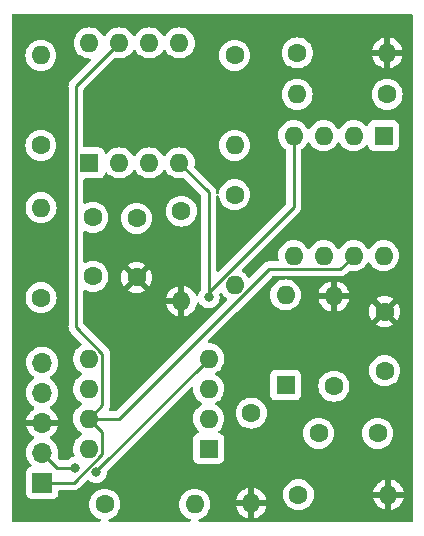
<source format=gbr>
%TF.GenerationSoftware,KiCad,Pcbnew,(6.0.5-0)*%
%TF.CreationDate,2022-06-21T19:00:10+05:30*%
%TF.ProjectId,AM_Receiver_PCB,414d5f52-6563-4656-9976-65725f504342,rev?*%
%TF.SameCoordinates,Original*%
%TF.FileFunction,Copper,L1,Top*%
%TF.FilePolarity,Positive*%
%FSLAX46Y46*%
G04 Gerber Fmt 4.6, Leading zero omitted, Abs format (unit mm)*
G04 Created by KiCad (PCBNEW (6.0.5-0)) date 2022-06-21 19:00:10*
%MOMM*%
%LPD*%
G01*
G04 APERTURE LIST*
%TA.AperFunction,ComponentPad*%
%ADD10O,1.600000X1.600000*%
%TD*%
%TA.AperFunction,ComponentPad*%
%ADD11C,1.600000*%
%TD*%
%TA.AperFunction,ComponentPad*%
%ADD12R,1.600000X1.600000*%
%TD*%
%TA.AperFunction,ComponentPad*%
%ADD13O,1.700000X1.700000*%
%TD*%
%TA.AperFunction,ComponentPad*%
%ADD14R,1.700000X1.700000*%
%TD*%
%TA.AperFunction,ViaPad*%
%ADD15C,0.800000*%
%TD*%
%TA.AperFunction,Conductor*%
%ADD16C,0.250000*%
%TD*%
G04 APERTURE END LIST*
D10*
%TO.P,R3,2*%
%TO.N,Net-(C1-Pad2)*%
X86000000Y-77890000D03*
D11*
%TO.P,R3,1*%
%TO.N,V_in*%
X86000000Y-85510000D03*
%TD*%
D12*
%TO.P,U2,1,NULL*%
%TO.N,unconnected-(U2-Pad1)*%
X115000000Y-71800000D03*
D10*
%TO.P,U2,2,-*%
%TO.N,Net-(R1-Pad2)*%
X112460000Y-71800000D03*
%TO.P,U2,3,+*%
%TO.N,Net-(R5-Pad2)*%
X109920000Y-71800000D03*
%TO.P,U2,4,V-*%
%TO.N,-5V*%
X107380000Y-71800000D03*
%TO.P,U2,5,NULL*%
%TO.N,unconnected-(U2-Pad5)*%
X107380000Y-81960000D03*
%TO.P,U2,6*%
%TO.N,Net-(R1-Pad1)*%
X109920000Y-81960000D03*
%TO.P,U2,7,V+*%
%TO.N,+5V*%
X112460000Y-81960000D03*
%TO.P,U2,8,NC*%
%TO.N,unconnected-(U2-Pad8)*%
X115000000Y-81960000D03*
%TD*%
D12*
%TO.P,U3,1,NULL*%
%TO.N,unconnected-(U3-Pad1)*%
X100200000Y-98300000D03*
D10*
%TO.P,U3,2,-*%
%TO.N,Net-(R10-Pad2)*%
X100200000Y-95760000D03*
%TO.P,U3,3,+*%
%TO.N,Net-(C4-Pad2)*%
X100200000Y-93220000D03*
%TO.P,U3,4,V-*%
%TO.N,-5V*%
X100200000Y-90680000D03*
%TO.P,U3,5,NULL*%
%TO.N,unconnected-(U3-Pad5)*%
X90040000Y-90680000D03*
%TO.P,U3,6*%
%TO.N,V_out*%
X90040000Y-93220000D03*
%TO.P,U3,7,V+*%
%TO.N,+5V*%
X90040000Y-95760000D03*
%TO.P,U3,8,NC*%
%TO.N,unconnected-(U3-Pad8)*%
X90040000Y-98300000D03*
%TD*%
D13*
%TO.P,J1,5,Pin_5*%
%TO.N,V_out*%
X86100000Y-91015000D03*
%TO.P,J1,4,Pin_4*%
%TO.N,V_in*%
X86100000Y-93555000D03*
%TO.P,J1,3,Pin_3*%
%TO.N,GND*%
X86100000Y-96095000D03*
%TO.P,J1,2,Pin_2*%
%TO.N,-5V*%
X86100000Y-98635000D03*
D14*
%TO.P,J1,1,Pin_1*%
%TO.N,+5V*%
X86100000Y-101175000D03*
%TD*%
D10*
%TO.P,U1,8,NC*%
%TO.N,unconnected-(U1-Pad8)*%
X90085000Y-63950000D03*
%TO.P,U1,7,V+*%
%TO.N,+5V*%
X92625000Y-63950000D03*
%TO.P,U1,6*%
%TO.N,Net-(R5-Pad2)*%
X95165000Y-63950000D03*
%TO.P,U1,5,NULL*%
%TO.N,unconnected-(U1-Pad5)*%
X97705000Y-63950000D03*
%TO.P,U1,4,V-*%
%TO.N,-5V*%
X97705000Y-74110000D03*
%TO.P,U1,3,+*%
%TO.N,Net-(C2-Pad2)*%
X95165000Y-74110000D03*
%TO.P,U1,2,-*%
%TO.N,Net-(R6-Pad2)*%
X92625000Y-74110000D03*
D12*
%TO.P,U1,1,NULL*%
%TO.N,unconnected-(U1-Pad1)*%
X90085000Y-74110000D03*
%TD*%
D10*
%TO.P,R11,2*%
%TO.N,GND*%
X103800000Y-102910000D03*
D11*
%TO.P,R11,1*%
%TO.N,Net-(R10-Pad2)*%
X103800000Y-95290000D03*
%TD*%
D10*
%TO.P,R10,2*%
%TO.N,Net-(R10-Pad2)*%
X99010000Y-103000000D03*
D11*
%TO.P,R10,1*%
%TO.N,V_out*%
X91390000Y-103000000D03*
%TD*%
D10*
%TO.P,R9,2*%
%TO.N,GND*%
X115420000Y-102200000D03*
D11*
%TO.P,R9,1*%
%TO.N,Net-(C4-Pad2)*%
X107800000Y-102200000D03*
%TD*%
%TO.P,R8,1*%
%TO.N,Net-(C3-Pad1)*%
X110800000Y-93010000D03*
D10*
%TO.P,R8,2*%
%TO.N,GND*%
X110800000Y-85390000D03*
%TD*%
D11*
%TO.P,R7,1*%
%TO.N,Net-(R6-Pad2)*%
X102385000Y-76800000D03*
D10*
%TO.P,R7,2*%
%TO.N,GND*%
X102385000Y-84420000D03*
%TD*%
%TO.P,R6,2*%
%TO.N,Net-(R6-Pad2)*%
X102385000Y-72620000D03*
D11*
%TO.P,R6,1*%
%TO.N,Net-(R5-Pad2)*%
X102385000Y-65000000D03*
%TD*%
%TO.P,R5,1*%
%TO.N,Net-(C1-Pad2)*%
X85985000Y-72620000D03*
D10*
%TO.P,R5,2*%
%TO.N,Net-(R5-Pad2)*%
X85985000Y-65000000D03*
%TD*%
D11*
%TO.P,R4,1*%
%TO.N,Net-(C2-Pad2)*%
X97885000Y-78190000D03*
D10*
%TO.P,R4,2*%
%TO.N,GND*%
X97885000Y-85810000D03*
%TD*%
%TO.P,R2,2*%
%TO.N,GND*%
X115320000Y-64800000D03*
D11*
%TO.P,R2,1*%
%TO.N,Net-(R1-Pad2)*%
X107700000Y-64800000D03*
%TD*%
%TO.P,R1,1*%
%TO.N,Net-(R1-Pad1)*%
X115310000Y-68300000D03*
D10*
%TO.P,R1,2*%
%TO.N,Net-(R1-Pad2)*%
X107690000Y-68300000D03*
%TD*%
D12*
%TO.P,D1,1,K*%
%TO.N,Net-(C3-Pad1)*%
X106700000Y-92910000D03*
D10*
%TO.P,D1,2,A*%
%TO.N,Net-(R1-Pad1)*%
X106700000Y-85290000D03*
%TD*%
D11*
%TO.P,C4,1*%
%TO.N,Net-(C3-Pad1)*%
X114500000Y-97000000D03*
%TO.P,C4,2*%
%TO.N,Net-(C4-Pad2)*%
X109500000Y-97000000D03*
%TD*%
%TO.P,C3,1*%
%TO.N,Net-(C3-Pad1)*%
X115100000Y-91700000D03*
%TO.P,C3,2*%
%TO.N,GND*%
X115100000Y-86700000D03*
%TD*%
%TO.P,C2,1*%
%TO.N,Net-(C1-Pad2)*%
X90385000Y-83710000D03*
%TO.P,C2,2*%
%TO.N,Net-(C2-Pad2)*%
X90385000Y-78710000D03*
%TD*%
%TO.P,C1,2*%
%TO.N,Net-(C1-Pad2)*%
X94085000Y-78810000D03*
%TO.P,C1,1*%
%TO.N,GND*%
X94085000Y-83810000D03*
%TD*%
D15*
%TO.N,-5V*%
X100200000Y-85500000D03*
X90665500Y-100300000D03*
X88900000Y-99900000D03*
%TD*%
D16*
%TO.N,-5V*%
X100200000Y-85500000D02*
X100200000Y-76605000D01*
X100200000Y-76605000D02*
X97705000Y-74110000D01*
X100200000Y-85014700D02*
X107380000Y-77834700D01*
X107380000Y-77834700D02*
X107380000Y-71800000D01*
X100200000Y-85500000D02*
X100200000Y-85014700D01*
X87365000Y-99900000D02*
X88900000Y-99900000D01*
X86100000Y-98635000D02*
X87365000Y-99900000D01*
X90665500Y-100300000D02*
X90665500Y-100214500D01*
X90665500Y-100214500D02*
X100200000Y-90680000D01*
%TO.N,+5V*%
X90040000Y-95760000D02*
X92635300Y-95760000D01*
X92635300Y-95760000D02*
X105310789Y-83084511D01*
X105310789Y-83084511D02*
X111335489Y-83084511D01*
X111335489Y-83084511D02*
X112460000Y-81960000D01*
X86100000Y-101175000D02*
X88755300Y-101175000D01*
X91164511Y-98765789D02*
X91164511Y-96884511D01*
X88755300Y-101175000D02*
X91164511Y-98765789D01*
X91164511Y-96884511D02*
X90040000Y-95760000D01*
X92625000Y-63950000D02*
X88960489Y-67614511D01*
X88960489Y-67614511D02*
X88960489Y-88010189D01*
X88960489Y-88010189D02*
X91200000Y-90249700D01*
X91200000Y-90249700D02*
X91200000Y-94600000D01*
X91200000Y-94600000D02*
X90040000Y-95760000D01*
%TD*%
%TA.AperFunction,Conductor*%
%TO.N,GND*%
G36*
X117433621Y-61528502D02*
G01*
X117480114Y-61582158D01*
X117491500Y-61634500D01*
X117491500Y-104365500D01*
X117471498Y-104433621D01*
X117417842Y-104480114D01*
X117365500Y-104491500D01*
X99456366Y-104491500D01*
X99388245Y-104471498D01*
X99341752Y-104417842D01*
X99331648Y-104347568D01*
X99361142Y-104282988D01*
X99423755Y-104243793D01*
X99453933Y-104235707D01*
X99453935Y-104235706D01*
X99459243Y-104234284D01*
X99464225Y-104231961D01*
X99661762Y-104139849D01*
X99661767Y-104139846D01*
X99666749Y-104137523D01*
X99800412Y-104043931D01*
X99849789Y-104009357D01*
X99849792Y-104009355D01*
X99854300Y-104006198D01*
X100016198Y-103844300D01*
X100147523Y-103656749D01*
X100149846Y-103651767D01*
X100149849Y-103651762D01*
X100241961Y-103454225D01*
X100241961Y-103454224D01*
X100244284Y-103449243D01*
X100275066Y-103334366D01*
X100302119Y-103233402D01*
X100302119Y-103233400D01*
X100303543Y-103228087D01*
X100308054Y-103176522D01*
X102517273Y-103176522D01*
X102564764Y-103353761D01*
X102568510Y-103364053D01*
X102660586Y-103561511D01*
X102666069Y-103571007D01*
X102791028Y-103749467D01*
X102798084Y-103757875D01*
X102952125Y-103911916D01*
X102960533Y-103918972D01*
X103138993Y-104043931D01*
X103148489Y-104049414D01*
X103345947Y-104141490D01*
X103356239Y-104145236D01*
X103528503Y-104191394D01*
X103542599Y-104191058D01*
X103546000Y-104183116D01*
X103546000Y-104177967D01*
X104054000Y-104177967D01*
X104057973Y-104191498D01*
X104066522Y-104192727D01*
X104243761Y-104145236D01*
X104254053Y-104141490D01*
X104451511Y-104049414D01*
X104461007Y-104043931D01*
X104639467Y-103918972D01*
X104647875Y-103911916D01*
X104801916Y-103757875D01*
X104808972Y-103749467D01*
X104933931Y-103571007D01*
X104939414Y-103561511D01*
X105031490Y-103364053D01*
X105035236Y-103353761D01*
X105081394Y-103181497D01*
X105081058Y-103167401D01*
X105073116Y-103164000D01*
X104072115Y-103164000D01*
X104056876Y-103168475D01*
X104055671Y-103169865D01*
X104054000Y-103177548D01*
X104054000Y-104177967D01*
X103546000Y-104177967D01*
X103546000Y-103182115D01*
X103541525Y-103166876D01*
X103540135Y-103165671D01*
X103532452Y-103164000D01*
X102532033Y-103164000D01*
X102518502Y-103167973D01*
X102517273Y-103176522D01*
X100308054Y-103176522D01*
X100323498Y-103000000D01*
X100303543Y-102771913D01*
X100272036Y-102654329D01*
X100267795Y-102638503D01*
X102518606Y-102638503D01*
X102518942Y-102652599D01*
X102526884Y-102656000D01*
X103527885Y-102656000D01*
X103543124Y-102651525D01*
X103544329Y-102650135D01*
X103546000Y-102642452D01*
X103546000Y-102637885D01*
X104054000Y-102637885D01*
X104058475Y-102653124D01*
X104059865Y-102654329D01*
X104067548Y-102656000D01*
X105067967Y-102656000D01*
X105081498Y-102652027D01*
X105082727Y-102643478D01*
X105035236Y-102466239D01*
X105031490Y-102455947D01*
X104939414Y-102258489D01*
X104933931Y-102248993D01*
X104899626Y-102200000D01*
X106486502Y-102200000D01*
X106506457Y-102428087D01*
X106507881Y-102433400D01*
X106507881Y-102433402D01*
X106562673Y-102637885D01*
X106565716Y-102649243D01*
X106568039Y-102654224D01*
X106568039Y-102654225D01*
X106660151Y-102851762D01*
X106660154Y-102851767D01*
X106662477Y-102856749D01*
X106793802Y-103044300D01*
X106955700Y-103206198D01*
X106960208Y-103209355D01*
X106960211Y-103209357D01*
X106994551Y-103233402D01*
X107143251Y-103337523D01*
X107148233Y-103339846D01*
X107148238Y-103339849D01*
X107344765Y-103431490D01*
X107350757Y-103434284D01*
X107356065Y-103435706D01*
X107356067Y-103435707D01*
X107566598Y-103492119D01*
X107566600Y-103492119D01*
X107571913Y-103493543D01*
X107800000Y-103513498D01*
X108028087Y-103493543D01*
X108033400Y-103492119D01*
X108033402Y-103492119D01*
X108243933Y-103435707D01*
X108243935Y-103435706D01*
X108249243Y-103434284D01*
X108255235Y-103431490D01*
X108451762Y-103339849D01*
X108451767Y-103339846D01*
X108456749Y-103337523D01*
X108605449Y-103233402D01*
X108639789Y-103209357D01*
X108639792Y-103209355D01*
X108644300Y-103206198D01*
X108806198Y-103044300D01*
X108937523Y-102856749D01*
X108939846Y-102851767D01*
X108939849Y-102851762D01*
X109031961Y-102654225D01*
X109031961Y-102654224D01*
X109034284Y-102649243D01*
X109037328Y-102637885D01*
X109083245Y-102466522D01*
X114137273Y-102466522D01*
X114184764Y-102643761D01*
X114188510Y-102654053D01*
X114280586Y-102851511D01*
X114286069Y-102861007D01*
X114411028Y-103039467D01*
X114418084Y-103047875D01*
X114572125Y-103201916D01*
X114580533Y-103208972D01*
X114758993Y-103333931D01*
X114768489Y-103339414D01*
X114965947Y-103431490D01*
X114976239Y-103435236D01*
X115148503Y-103481394D01*
X115162599Y-103481058D01*
X115166000Y-103473116D01*
X115166000Y-103467967D01*
X115674000Y-103467967D01*
X115677973Y-103481498D01*
X115686522Y-103482727D01*
X115863761Y-103435236D01*
X115874053Y-103431490D01*
X116071511Y-103339414D01*
X116081007Y-103333931D01*
X116259467Y-103208972D01*
X116267875Y-103201916D01*
X116421916Y-103047875D01*
X116428972Y-103039467D01*
X116553931Y-102861007D01*
X116559414Y-102851511D01*
X116651490Y-102654053D01*
X116655236Y-102643761D01*
X116701394Y-102471497D01*
X116701058Y-102457401D01*
X116693116Y-102454000D01*
X115692115Y-102454000D01*
X115676876Y-102458475D01*
X115675671Y-102459865D01*
X115674000Y-102467548D01*
X115674000Y-103467967D01*
X115166000Y-103467967D01*
X115166000Y-102472115D01*
X115161525Y-102456876D01*
X115160135Y-102455671D01*
X115152452Y-102454000D01*
X114152033Y-102454000D01*
X114138502Y-102457973D01*
X114137273Y-102466522D01*
X109083245Y-102466522D01*
X109092119Y-102433402D01*
X109092119Y-102433400D01*
X109093543Y-102428087D01*
X109113498Y-102200000D01*
X109093543Y-101971913D01*
X109083244Y-101933478D01*
X109081911Y-101928503D01*
X114138606Y-101928503D01*
X114138942Y-101942599D01*
X114146884Y-101946000D01*
X115147885Y-101946000D01*
X115163124Y-101941525D01*
X115164329Y-101940135D01*
X115166000Y-101932452D01*
X115166000Y-101927885D01*
X115674000Y-101927885D01*
X115678475Y-101943124D01*
X115679865Y-101944329D01*
X115687548Y-101946000D01*
X116687967Y-101946000D01*
X116701498Y-101942027D01*
X116702727Y-101933478D01*
X116655236Y-101756239D01*
X116651490Y-101745947D01*
X116559414Y-101548489D01*
X116553931Y-101538993D01*
X116428972Y-101360533D01*
X116421916Y-101352125D01*
X116267875Y-101198084D01*
X116259467Y-101191028D01*
X116081007Y-101066069D01*
X116071511Y-101060586D01*
X115874053Y-100968510D01*
X115863761Y-100964764D01*
X115691497Y-100918606D01*
X115677401Y-100918942D01*
X115674000Y-100926884D01*
X115674000Y-101927885D01*
X115166000Y-101927885D01*
X115166000Y-100932033D01*
X115162027Y-100918502D01*
X115153478Y-100917273D01*
X114976239Y-100964764D01*
X114965947Y-100968510D01*
X114768489Y-101060586D01*
X114758993Y-101066069D01*
X114580533Y-101191028D01*
X114572125Y-101198084D01*
X114418084Y-101352125D01*
X114411028Y-101360533D01*
X114286069Y-101538993D01*
X114280586Y-101548489D01*
X114188510Y-101745947D01*
X114184764Y-101756239D01*
X114138606Y-101928503D01*
X109081911Y-101928503D01*
X109035707Y-101756067D01*
X109035706Y-101756065D01*
X109034284Y-101750757D01*
X109031907Y-101745659D01*
X108939849Y-101548238D01*
X108939846Y-101548233D01*
X108937523Y-101543251D01*
X108806198Y-101355700D01*
X108644300Y-101193802D01*
X108639792Y-101190645D01*
X108639789Y-101190643D01*
X108497652Y-101091118D01*
X108456749Y-101062477D01*
X108451767Y-101060154D01*
X108451762Y-101060151D01*
X108254225Y-100968039D01*
X108254224Y-100968039D01*
X108249243Y-100965716D01*
X108243935Y-100964294D01*
X108243933Y-100964293D01*
X108033402Y-100907881D01*
X108033400Y-100907881D01*
X108028087Y-100906457D01*
X107800000Y-100886502D01*
X107571913Y-100906457D01*
X107566600Y-100907881D01*
X107566598Y-100907881D01*
X107356067Y-100964293D01*
X107356065Y-100964294D01*
X107350757Y-100965716D01*
X107345776Y-100968039D01*
X107345775Y-100968039D01*
X107148238Y-101060151D01*
X107148233Y-101060154D01*
X107143251Y-101062477D01*
X107102348Y-101091118D01*
X106960211Y-101190643D01*
X106960208Y-101190645D01*
X106955700Y-101193802D01*
X106793802Y-101355700D01*
X106662477Y-101543251D01*
X106660154Y-101548233D01*
X106660151Y-101548238D01*
X106568093Y-101745659D01*
X106565716Y-101750757D01*
X106564294Y-101756065D01*
X106564293Y-101756067D01*
X106516756Y-101933478D01*
X106506457Y-101971913D01*
X106486502Y-102200000D01*
X104899626Y-102200000D01*
X104808972Y-102070533D01*
X104801916Y-102062125D01*
X104647875Y-101908084D01*
X104639467Y-101901028D01*
X104461007Y-101776069D01*
X104451511Y-101770586D01*
X104254053Y-101678510D01*
X104243761Y-101674764D01*
X104071497Y-101628606D01*
X104057401Y-101628942D01*
X104054000Y-101636884D01*
X104054000Y-102637885D01*
X103546000Y-102637885D01*
X103546000Y-101642033D01*
X103542027Y-101628502D01*
X103533478Y-101627273D01*
X103356239Y-101674764D01*
X103345947Y-101678510D01*
X103148489Y-101770586D01*
X103138993Y-101776069D01*
X102960533Y-101901028D01*
X102952125Y-101908084D01*
X102798084Y-102062125D01*
X102791028Y-102070533D01*
X102666069Y-102248993D01*
X102660586Y-102258489D01*
X102568510Y-102455947D01*
X102564764Y-102466239D01*
X102518606Y-102638503D01*
X100267795Y-102638503D01*
X100245707Y-102556067D01*
X100245706Y-102556065D01*
X100244284Y-102550757D01*
X100207325Y-102471497D01*
X100149849Y-102348238D01*
X100149846Y-102348233D01*
X100147523Y-102343251D01*
X100016198Y-102155700D01*
X99854300Y-101993802D01*
X99849792Y-101990645D01*
X99849789Y-101990643D01*
X99721805Y-101901028D01*
X99666749Y-101862477D01*
X99661767Y-101860154D01*
X99661762Y-101860151D01*
X99464225Y-101768039D01*
X99464224Y-101768039D01*
X99459243Y-101765716D01*
X99453935Y-101764294D01*
X99453933Y-101764293D01*
X99243402Y-101707881D01*
X99243400Y-101707881D01*
X99238087Y-101706457D01*
X99010000Y-101686502D01*
X98781913Y-101706457D01*
X98776600Y-101707881D01*
X98776598Y-101707881D01*
X98566067Y-101764293D01*
X98566065Y-101764294D01*
X98560757Y-101765716D01*
X98555776Y-101768039D01*
X98555775Y-101768039D01*
X98358238Y-101860151D01*
X98358233Y-101860154D01*
X98353251Y-101862477D01*
X98298195Y-101901028D01*
X98170211Y-101990643D01*
X98170208Y-101990645D01*
X98165700Y-101993802D01*
X98003802Y-102155700D01*
X97872477Y-102343251D01*
X97870154Y-102348233D01*
X97870151Y-102348238D01*
X97812675Y-102471497D01*
X97775716Y-102550757D01*
X97774294Y-102556065D01*
X97774293Y-102556067D01*
X97747964Y-102654329D01*
X97716457Y-102771913D01*
X97696502Y-103000000D01*
X97716457Y-103228087D01*
X97717881Y-103233400D01*
X97717881Y-103233402D01*
X97744935Y-103334366D01*
X97775716Y-103449243D01*
X97778039Y-103454224D01*
X97778039Y-103454225D01*
X97870151Y-103651762D01*
X97870154Y-103651767D01*
X97872477Y-103656749D01*
X98003802Y-103844300D01*
X98165700Y-104006198D01*
X98170208Y-104009355D01*
X98170211Y-104009357D01*
X98219588Y-104043931D01*
X98353251Y-104137523D01*
X98358233Y-104139846D01*
X98358238Y-104139849D01*
X98555775Y-104231961D01*
X98560757Y-104234284D01*
X98566065Y-104235706D01*
X98566067Y-104235707D01*
X98596245Y-104243793D01*
X98656868Y-104280745D01*
X98687889Y-104344605D01*
X98679461Y-104415100D01*
X98634258Y-104469847D01*
X98563634Y-104491500D01*
X91836366Y-104491500D01*
X91768245Y-104471498D01*
X91721752Y-104417842D01*
X91711648Y-104347568D01*
X91741142Y-104282988D01*
X91803755Y-104243793D01*
X91833933Y-104235707D01*
X91833935Y-104235706D01*
X91839243Y-104234284D01*
X91844225Y-104231961D01*
X92041762Y-104139849D01*
X92041767Y-104139846D01*
X92046749Y-104137523D01*
X92180412Y-104043931D01*
X92229789Y-104009357D01*
X92229792Y-104009355D01*
X92234300Y-104006198D01*
X92396198Y-103844300D01*
X92527523Y-103656749D01*
X92529846Y-103651767D01*
X92529849Y-103651762D01*
X92621961Y-103454225D01*
X92621961Y-103454224D01*
X92624284Y-103449243D01*
X92655066Y-103334366D01*
X92682119Y-103233402D01*
X92682119Y-103233400D01*
X92683543Y-103228087D01*
X92703498Y-103000000D01*
X92683543Y-102771913D01*
X92652036Y-102654329D01*
X92625707Y-102556067D01*
X92625706Y-102556065D01*
X92624284Y-102550757D01*
X92587325Y-102471497D01*
X92529849Y-102348238D01*
X92529846Y-102348233D01*
X92527523Y-102343251D01*
X92396198Y-102155700D01*
X92234300Y-101993802D01*
X92229792Y-101990645D01*
X92229789Y-101990643D01*
X92101805Y-101901028D01*
X92046749Y-101862477D01*
X92041767Y-101860154D01*
X92041762Y-101860151D01*
X91844225Y-101768039D01*
X91844224Y-101768039D01*
X91839243Y-101765716D01*
X91833935Y-101764294D01*
X91833933Y-101764293D01*
X91623402Y-101707881D01*
X91623400Y-101707881D01*
X91618087Y-101706457D01*
X91390000Y-101686502D01*
X91161913Y-101706457D01*
X91156600Y-101707881D01*
X91156598Y-101707881D01*
X90946067Y-101764293D01*
X90946065Y-101764294D01*
X90940757Y-101765716D01*
X90935776Y-101768039D01*
X90935775Y-101768039D01*
X90738238Y-101860151D01*
X90738233Y-101860154D01*
X90733251Y-101862477D01*
X90678195Y-101901028D01*
X90550211Y-101990643D01*
X90550208Y-101990645D01*
X90545700Y-101993802D01*
X90383802Y-102155700D01*
X90252477Y-102343251D01*
X90250154Y-102348233D01*
X90250151Y-102348238D01*
X90192675Y-102471497D01*
X90155716Y-102550757D01*
X90154294Y-102556065D01*
X90154293Y-102556067D01*
X90127964Y-102654329D01*
X90096457Y-102771913D01*
X90076502Y-103000000D01*
X90096457Y-103228087D01*
X90097881Y-103233400D01*
X90097881Y-103233402D01*
X90124935Y-103334366D01*
X90155716Y-103449243D01*
X90158039Y-103454224D01*
X90158039Y-103454225D01*
X90250151Y-103651762D01*
X90250154Y-103651767D01*
X90252477Y-103656749D01*
X90383802Y-103844300D01*
X90545700Y-104006198D01*
X90550208Y-104009355D01*
X90550211Y-104009357D01*
X90599588Y-104043931D01*
X90733251Y-104137523D01*
X90738233Y-104139846D01*
X90738238Y-104139849D01*
X90935775Y-104231961D01*
X90940757Y-104234284D01*
X90946065Y-104235706D01*
X90946067Y-104235707D01*
X90976245Y-104243793D01*
X91036868Y-104280745D01*
X91067889Y-104344605D01*
X91059461Y-104415100D01*
X91014258Y-104469847D01*
X90943634Y-104491500D01*
X83634500Y-104491500D01*
X83566379Y-104471498D01*
X83519886Y-104417842D01*
X83508500Y-104365500D01*
X83508500Y-98601695D01*
X84737251Y-98601695D01*
X84737548Y-98606848D01*
X84737548Y-98606851D01*
X84743011Y-98701590D01*
X84750110Y-98824715D01*
X84751247Y-98829761D01*
X84751248Y-98829767D01*
X84766186Y-98896050D01*
X84799222Y-99042639D01*
X84840671Y-99144717D01*
X84875488Y-99230460D01*
X84883266Y-99249616D01*
X84999987Y-99440088D01*
X85146250Y-99608938D01*
X85150230Y-99612242D01*
X85154981Y-99616187D01*
X85194616Y-99675090D01*
X85196113Y-99746071D01*
X85158997Y-99806593D01*
X85118724Y-99831112D01*
X85003295Y-99874385D01*
X84886739Y-99961739D01*
X84799385Y-100078295D01*
X84748255Y-100214684D01*
X84741500Y-100276866D01*
X84741500Y-102073134D01*
X84748255Y-102135316D01*
X84799385Y-102271705D01*
X84886739Y-102388261D01*
X85003295Y-102475615D01*
X85139684Y-102526745D01*
X85201866Y-102533500D01*
X86998134Y-102533500D01*
X87060316Y-102526745D01*
X87196705Y-102475615D01*
X87313261Y-102388261D01*
X87400615Y-102271705D01*
X87451745Y-102135316D01*
X87458500Y-102073134D01*
X87458500Y-101934500D01*
X87478502Y-101866379D01*
X87532158Y-101819886D01*
X87584500Y-101808500D01*
X88676533Y-101808500D01*
X88687716Y-101809027D01*
X88695209Y-101810702D01*
X88703135Y-101810453D01*
X88703136Y-101810453D01*
X88763286Y-101808562D01*
X88767245Y-101808500D01*
X88795156Y-101808500D01*
X88799091Y-101808003D01*
X88799156Y-101807995D01*
X88810993Y-101807062D01*
X88843251Y-101806048D01*
X88847270Y-101805922D01*
X88855189Y-101805673D01*
X88874643Y-101800021D01*
X88894000Y-101796013D01*
X88906230Y-101794468D01*
X88906231Y-101794468D01*
X88914097Y-101793474D01*
X88921468Y-101790555D01*
X88921470Y-101790555D01*
X88955212Y-101777196D01*
X88966442Y-101773351D01*
X89001283Y-101763229D01*
X89001284Y-101763229D01*
X89008893Y-101761018D01*
X89015712Y-101756985D01*
X89015717Y-101756983D01*
X89026328Y-101750707D01*
X89044076Y-101742012D01*
X89062917Y-101734552D01*
X89098687Y-101708564D01*
X89108607Y-101702048D01*
X89139835Y-101683580D01*
X89139838Y-101683578D01*
X89146662Y-101679542D01*
X89160983Y-101665221D01*
X89176017Y-101652380D01*
X89185994Y-101645131D01*
X89192407Y-101640472D01*
X89197457Y-101634368D01*
X89197462Y-101634363D01*
X89220593Y-101606402D01*
X89228583Y-101597621D01*
X89862329Y-100963876D01*
X89924641Y-100929851D01*
X89995457Y-100934916D01*
X90045059Y-100968662D01*
X90054247Y-100978866D01*
X90208748Y-101091118D01*
X90214776Y-101093802D01*
X90214778Y-101093803D01*
X90377181Y-101166109D01*
X90383212Y-101168794D01*
X90476613Y-101188647D01*
X90563556Y-101207128D01*
X90563561Y-101207128D01*
X90570013Y-101208500D01*
X90760987Y-101208500D01*
X90767439Y-101207128D01*
X90767444Y-101207128D01*
X90854388Y-101188647D01*
X90947788Y-101168794D01*
X90953819Y-101166109D01*
X91116222Y-101093803D01*
X91116224Y-101093802D01*
X91122252Y-101091118D01*
X91276753Y-100978866D01*
X91288593Y-100965716D01*
X91400121Y-100841852D01*
X91400122Y-100841851D01*
X91404540Y-100836944D01*
X91500027Y-100671556D01*
X91559042Y-100489928D01*
X91579004Y-100300000D01*
X91575480Y-100266475D01*
X91588252Y-100196637D01*
X91611695Y-100164209D01*
X98673411Y-93102493D01*
X98735723Y-93068467D01*
X98806538Y-93073532D01*
X98863374Y-93116079D01*
X98888185Y-93182599D01*
X98888026Y-93202570D01*
X98886981Y-93214514D01*
X98886981Y-93214525D01*
X98886502Y-93220000D01*
X98906457Y-93448087D01*
X98965716Y-93669243D01*
X98968039Y-93674224D01*
X98968039Y-93674225D01*
X99060151Y-93871762D01*
X99060154Y-93871767D01*
X99062477Y-93876749D01*
X99065634Y-93881257D01*
X99160121Y-94016198D01*
X99193802Y-94064300D01*
X99355700Y-94226198D01*
X99360208Y-94229355D01*
X99360211Y-94229357D01*
X99405798Y-94261277D01*
X99543251Y-94357523D01*
X99548233Y-94359846D01*
X99548238Y-94359849D01*
X99582457Y-94375805D01*
X99635742Y-94422722D01*
X99655203Y-94490999D01*
X99634661Y-94558959D01*
X99582457Y-94604195D01*
X99548238Y-94620151D01*
X99548233Y-94620154D01*
X99543251Y-94622477D01*
X99438389Y-94695902D01*
X99360211Y-94750643D01*
X99360208Y-94750645D01*
X99355700Y-94753802D01*
X99193802Y-94915700D01*
X99190645Y-94920208D01*
X99190643Y-94920211D01*
X99152055Y-94975321D01*
X99062477Y-95103251D01*
X99060154Y-95108233D01*
X99060151Y-95108238D01*
X98985688Y-95267926D01*
X98965716Y-95310757D01*
X98964294Y-95316065D01*
X98964293Y-95316067D01*
X98907881Y-95526598D01*
X98906457Y-95531913D01*
X98886502Y-95760000D01*
X98906457Y-95988087D01*
X98907881Y-95993400D01*
X98907881Y-95993402D01*
X98960934Y-96191395D01*
X98965716Y-96209243D01*
X98968039Y-96214224D01*
X98968039Y-96214225D01*
X99060151Y-96411762D01*
X99060154Y-96411767D01*
X99062477Y-96416749D01*
X99070021Y-96427523D01*
X99184960Y-96591672D01*
X99193802Y-96604300D01*
X99355700Y-96766198D01*
X99360211Y-96769357D01*
X99364424Y-96772892D01*
X99363473Y-96774026D01*
X99403471Y-96824071D01*
X99410776Y-96894690D01*
X99378742Y-96958049D01*
X99317538Y-96994030D01*
X99300483Y-96997082D01*
X99289684Y-96998255D01*
X99153295Y-97049385D01*
X99036739Y-97136739D01*
X98949385Y-97253295D01*
X98898255Y-97389684D01*
X98891500Y-97451866D01*
X98891500Y-99148134D01*
X98898255Y-99210316D01*
X98949385Y-99346705D01*
X99036739Y-99463261D01*
X99153295Y-99550615D01*
X99289684Y-99601745D01*
X99351866Y-99608500D01*
X101048134Y-99608500D01*
X101110316Y-99601745D01*
X101246705Y-99550615D01*
X101363261Y-99463261D01*
X101450615Y-99346705D01*
X101501745Y-99210316D01*
X101508500Y-99148134D01*
X101508500Y-97451866D01*
X101501745Y-97389684D01*
X101450615Y-97253295D01*
X101363261Y-97136739D01*
X101246705Y-97049385D01*
X101114971Y-97000000D01*
X108186502Y-97000000D01*
X108206457Y-97228087D01*
X108207881Y-97233400D01*
X108207881Y-97233402D01*
X108247775Y-97382285D01*
X108265716Y-97449243D01*
X108268039Y-97454224D01*
X108268039Y-97454225D01*
X108360151Y-97651762D01*
X108360154Y-97651767D01*
X108362477Y-97656749D01*
X108365634Y-97661257D01*
X108462403Y-97799457D01*
X108493802Y-97844300D01*
X108655700Y-98006198D01*
X108660208Y-98009355D01*
X108660211Y-98009357D01*
X108738389Y-98064098D01*
X108843251Y-98137523D01*
X108848233Y-98139846D01*
X108848238Y-98139849D01*
X108978778Y-98200720D01*
X109050757Y-98234284D01*
X109056065Y-98235706D01*
X109056067Y-98235707D01*
X109266598Y-98292119D01*
X109266600Y-98292119D01*
X109271913Y-98293543D01*
X109500000Y-98313498D01*
X109728087Y-98293543D01*
X109733400Y-98292119D01*
X109733402Y-98292119D01*
X109943933Y-98235707D01*
X109943935Y-98235706D01*
X109949243Y-98234284D01*
X110021222Y-98200720D01*
X110151762Y-98139849D01*
X110151767Y-98139846D01*
X110156749Y-98137523D01*
X110261611Y-98064098D01*
X110339789Y-98009357D01*
X110339792Y-98009355D01*
X110344300Y-98006198D01*
X110506198Y-97844300D01*
X110537598Y-97799457D01*
X110634366Y-97661257D01*
X110637523Y-97656749D01*
X110639846Y-97651767D01*
X110639849Y-97651762D01*
X110731961Y-97454225D01*
X110731961Y-97454224D01*
X110734284Y-97449243D01*
X110752226Y-97382285D01*
X110792119Y-97233402D01*
X110792119Y-97233400D01*
X110793543Y-97228087D01*
X110813498Y-97000000D01*
X113186502Y-97000000D01*
X113206457Y-97228087D01*
X113207881Y-97233400D01*
X113207881Y-97233402D01*
X113247775Y-97382285D01*
X113265716Y-97449243D01*
X113268039Y-97454224D01*
X113268039Y-97454225D01*
X113360151Y-97651762D01*
X113360154Y-97651767D01*
X113362477Y-97656749D01*
X113365634Y-97661257D01*
X113462403Y-97799457D01*
X113493802Y-97844300D01*
X113655700Y-98006198D01*
X113660208Y-98009355D01*
X113660211Y-98009357D01*
X113738389Y-98064098D01*
X113843251Y-98137523D01*
X113848233Y-98139846D01*
X113848238Y-98139849D01*
X113978778Y-98200720D01*
X114050757Y-98234284D01*
X114056065Y-98235706D01*
X114056067Y-98235707D01*
X114266598Y-98292119D01*
X114266600Y-98292119D01*
X114271913Y-98293543D01*
X114500000Y-98313498D01*
X114728087Y-98293543D01*
X114733400Y-98292119D01*
X114733402Y-98292119D01*
X114943933Y-98235707D01*
X114943935Y-98235706D01*
X114949243Y-98234284D01*
X115021222Y-98200720D01*
X115151762Y-98139849D01*
X115151767Y-98139846D01*
X115156749Y-98137523D01*
X115261611Y-98064098D01*
X115339789Y-98009357D01*
X115339792Y-98009355D01*
X115344300Y-98006198D01*
X115506198Y-97844300D01*
X115537598Y-97799457D01*
X115634366Y-97661257D01*
X115637523Y-97656749D01*
X115639846Y-97651767D01*
X115639849Y-97651762D01*
X115731961Y-97454225D01*
X115731961Y-97454224D01*
X115734284Y-97449243D01*
X115752226Y-97382285D01*
X115792119Y-97233402D01*
X115792119Y-97233400D01*
X115793543Y-97228087D01*
X115813498Y-97000000D01*
X115793543Y-96771913D01*
X115791736Y-96765170D01*
X115735707Y-96556067D01*
X115735706Y-96556065D01*
X115734284Y-96550757D01*
X115731961Y-96545775D01*
X115639849Y-96348238D01*
X115639844Y-96348229D01*
X115637523Y-96343251D01*
X115531192Y-96191395D01*
X115509357Y-96160211D01*
X115509355Y-96160208D01*
X115506198Y-96155700D01*
X115344300Y-95993802D01*
X115339792Y-95990645D01*
X115339789Y-95990643D01*
X115261611Y-95935902D01*
X115156749Y-95862477D01*
X115151767Y-95860154D01*
X115151762Y-95860151D01*
X114954225Y-95768039D01*
X114954224Y-95768039D01*
X114949243Y-95765716D01*
X114943935Y-95764294D01*
X114943933Y-95764293D01*
X114733402Y-95707881D01*
X114733400Y-95707881D01*
X114728087Y-95706457D01*
X114500000Y-95686502D01*
X114271913Y-95706457D01*
X114266600Y-95707881D01*
X114266598Y-95707881D01*
X114056067Y-95764293D01*
X114056065Y-95764294D01*
X114050757Y-95765716D01*
X114045776Y-95768039D01*
X114045775Y-95768039D01*
X113848238Y-95860151D01*
X113848233Y-95860154D01*
X113843251Y-95862477D01*
X113738389Y-95935902D01*
X113660211Y-95990643D01*
X113660208Y-95990645D01*
X113655700Y-95993802D01*
X113493802Y-96155700D01*
X113490645Y-96160208D01*
X113490643Y-96160211D01*
X113468808Y-96191395D01*
X113362477Y-96343251D01*
X113360156Y-96348229D01*
X113360151Y-96348238D01*
X113268039Y-96545775D01*
X113265716Y-96550757D01*
X113264294Y-96556065D01*
X113264293Y-96556067D01*
X113208264Y-96765170D01*
X113206457Y-96771913D01*
X113186502Y-97000000D01*
X110813498Y-97000000D01*
X110793543Y-96771913D01*
X110791736Y-96765170D01*
X110735707Y-96556067D01*
X110735706Y-96556065D01*
X110734284Y-96550757D01*
X110731961Y-96545775D01*
X110639849Y-96348238D01*
X110639844Y-96348229D01*
X110637523Y-96343251D01*
X110531192Y-96191395D01*
X110509357Y-96160211D01*
X110509355Y-96160208D01*
X110506198Y-96155700D01*
X110344300Y-95993802D01*
X110339792Y-95990645D01*
X110339789Y-95990643D01*
X110261611Y-95935902D01*
X110156749Y-95862477D01*
X110151767Y-95860154D01*
X110151762Y-95860151D01*
X109954225Y-95768039D01*
X109954224Y-95768039D01*
X109949243Y-95765716D01*
X109943935Y-95764294D01*
X109943933Y-95764293D01*
X109733402Y-95707881D01*
X109733400Y-95707881D01*
X109728087Y-95706457D01*
X109500000Y-95686502D01*
X109271913Y-95706457D01*
X109266600Y-95707881D01*
X109266598Y-95707881D01*
X109056067Y-95764293D01*
X109056065Y-95764294D01*
X109050757Y-95765716D01*
X109045776Y-95768039D01*
X109045775Y-95768039D01*
X108848238Y-95860151D01*
X108848233Y-95860154D01*
X108843251Y-95862477D01*
X108738389Y-95935902D01*
X108660211Y-95990643D01*
X108660208Y-95990645D01*
X108655700Y-95993802D01*
X108493802Y-96155700D01*
X108490645Y-96160208D01*
X108490643Y-96160211D01*
X108468808Y-96191395D01*
X108362477Y-96343251D01*
X108360156Y-96348229D01*
X108360151Y-96348238D01*
X108268039Y-96545775D01*
X108265716Y-96550757D01*
X108264294Y-96556065D01*
X108264293Y-96556067D01*
X108208264Y-96765170D01*
X108206457Y-96771913D01*
X108186502Y-97000000D01*
X101114971Y-97000000D01*
X101110316Y-96998255D01*
X101099526Y-96997083D01*
X101097394Y-96996197D01*
X101094778Y-96995575D01*
X101094879Y-96995152D01*
X101033965Y-96969845D01*
X100993537Y-96911483D01*
X100991078Y-96840529D01*
X101027371Y-96779510D01*
X101036031Y-96772511D01*
X101039793Y-96769354D01*
X101044300Y-96766198D01*
X101206198Y-96604300D01*
X101215041Y-96591672D01*
X101329979Y-96427523D01*
X101337523Y-96416749D01*
X101339846Y-96411767D01*
X101339849Y-96411762D01*
X101431961Y-96214225D01*
X101431961Y-96214224D01*
X101434284Y-96209243D01*
X101439067Y-96191395D01*
X101492119Y-95993402D01*
X101492119Y-95993400D01*
X101493543Y-95988087D01*
X101513498Y-95760000D01*
X101493543Y-95531913D01*
X101492119Y-95526598D01*
X101435707Y-95316067D01*
X101435706Y-95316065D01*
X101434284Y-95310757D01*
X101424605Y-95290000D01*
X102486502Y-95290000D01*
X102506457Y-95518087D01*
X102507881Y-95523400D01*
X102507881Y-95523402D01*
X102557313Y-95707881D01*
X102565716Y-95739243D01*
X102568039Y-95744224D01*
X102568039Y-95744225D01*
X102660151Y-95941762D01*
X102660154Y-95941767D01*
X102662477Y-95946749D01*
X102793802Y-96134300D01*
X102955700Y-96296198D01*
X102960208Y-96299355D01*
X102960211Y-96299357D01*
X103022898Y-96343251D01*
X103143251Y-96427523D01*
X103148233Y-96429846D01*
X103148238Y-96429849D01*
X103321973Y-96510862D01*
X103350757Y-96524284D01*
X103356065Y-96525706D01*
X103356067Y-96525707D01*
X103566598Y-96582119D01*
X103566600Y-96582119D01*
X103571913Y-96583543D01*
X103800000Y-96603498D01*
X104028087Y-96583543D01*
X104033400Y-96582119D01*
X104033402Y-96582119D01*
X104243933Y-96525707D01*
X104243935Y-96525706D01*
X104249243Y-96524284D01*
X104278027Y-96510862D01*
X104451762Y-96429849D01*
X104451767Y-96429846D01*
X104456749Y-96427523D01*
X104577102Y-96343251D01*
X104639789Y-96299357D01*
X104639792Y-96299355D01*
X104644300Y-96296198D01*
X104806198Y-96134300D01*
X104937523Y-95946749D01*
X104939846Y-95941767D01*
X104939849Y-95941762D01*
X105031961Y-95744225D01*
X105031961Y-95744224D01*
X105034284Y-95739243D01*
X105042688Y-95707881D01*
X105092119Y-95523402D01*
X105092119Y-95523400D01*
X105093543Y-95518087D01*
X105113498Y-95290000D01*
X105093543Y-95061913D01*
X105092119Y-95056598D01*
X105035707Y-94846067D01*
X105035706Y-94846065D01*
X105034284Y-94840757D01*
X105031961Y-94835775D01*
X104939849Y-94638238D01*
X104939846Y-94638233D01*
X104937523Y-94633251D01*
X104861746Y-94525031D01*
X104809357Y-94450211D01*
X104809355Y-94450208D01*
X104806198Y-94445700D01*
X104644300Y-94283802D01*
X104639792Y-94280645D01*
X104639789Y-94280643D01*
X104541392Y-94211745D01*
X104456749Y-94152477D01*
X104451767Y-94150154D01*
X104451762Y-94150151D01*
X104254225Y-94058039D01*
X104254224Y-94058039D01*
X104249243Y-94055716D01*
X104243935Y-94054294D01*
X104243933Y-94054293D01*
X104033402Y-93997881D01*
X104033400Y-93997881D01*
X104028087Y-93996457D01*
X103800000Y-93976502D01*
X103571913Y-93996457D01*
X103566600Y-93997881D01*
X103566598Y-93997881D01*
X103356067Y-94054293D01*
X103356065Y-94054294D01*
X103350757Y-94055716D01*
X103345776Y-94058039D01*
X103345775Y-94058039D01*
X103148238Y-94150151D01*
X103148233Y-94150154D01*
X103143251Y-94152477D01*
X103058608Y-94211745D01*
X102960211Y-94280643D01*
X102960208Y-94280645D01*
X102955700Y-94283802D01*
X102793802Y-94445700D01*
X102790645Y-94450208D01*
X102790643Y-94450211D01*
X102738254Y-94525031D01*
X102662477Y-94633251D01*
X102660154Y-94638233D01*
X102660151Y-94638238D01*
X102568039Y-94835775D01*
X102565716Y-94840757D01*
X102564294Y-94846065D01*
X102564293Y-94846067D01*
X102507881Y-95056598D01*
X102506457Y-95061913D01*
X102486502Y-95290000D01*
X101424605Y-95290000D01*
X101414312Y-95267926D01*
X101339849Y-95108238D01*
X101339846Y-95108233D01*
X101337523Y-95103251D01*
X101247945Y-94975321D01*
X101209357Y-94920211D01*
X101209355Y-94920208D01*
X101206198Y-94915700D01*
X101044300Y-94753802D01*
X101039792Y-94750645D01*
X101039789Y-94750643D01*
X100961611Y-94695902D01*
X100856749Y-94622477D01*
X100851767Y-94620154D01*
X100851762Y-94620151D01*
X100817543Y-94604195D01*
X100764258Y-94557278D01*
X100744797Y-94489001D01*
X100765339Y-94421041D01*
X100817543Y-94375805D01*
X100851762Y-94359849D01*
X100851767Y-94359846D01*
X100856749Y-94357523D01*
X100994202Y-94261277D01*
X101039789Y-94229357D01*
X101039792Y-94229355D01*
X101044300Y-94226198D01*
X101206198Y-94064300D01*
X101239880Y-94016198D01*
X101334366Y-93881257D01*
X101337523Y-93876749D01*
X101339846Y-93871767D01*
X101339849Y-93871762D01*
X101392834Y-93758134D01*
X105391500Y-93758134D01*
X105398255Y-93820316D01*
X105449385Y-93956705D01*
X105536739Y-94073261D01*
X105653295Y-94160615D01*
X105789684Y-94211745D01*
X105851866Y-94218500D01*
X107548134Y-94218500D01*
X107610316Y-94211745D01*
X107746705Y-94160615D01*
X107863261Y-94073261D01*
X107950615Y-93956705D01*
X108001745Y-93820316D01*
X108008500Y-93758134D01*
X108008500Y-93010000D01*
X109486502Y-93010000D01*
X109506457Y-93238087D01*
X109507881Y-93243400D01*
X109507881Y-93243402D01*
X109521597Y-93294588D01*
X109565716Y-93459243D01*
X109568039Y-93464224D01*
X109568039Y-93464225D01*
X109660151Y-93661762D01*
X109660154Y-93661767D01*
X109662477Y-93666749D01*
X109665634Y-93671257D01*
X109789407Y-93848023D01*
X109793802Y-93854300D01*
X109955700Y-94016198D01*
X109960208Y-94019355D01*
X109960211Y-94019357D01*
X110026940Y-94066081D01*
X110143251Y-94147523D01*
X110148233Y-94149846D01*
X110148238Y-94149849D01*
X110345775Y-94241961D01*
X110350757Y-94244284D01*
X110356065Y-94245706D01*
X110356067Y-94245707D01*
X110566598Y-94302119D01*
X110566600Y-94302119D01*
X110571913Y-94303543D01*
X110800000Y-94323498D01*
X111028087Y-94303543D01*
X111033400Y-94302119D01*
X111033402Y-94302119D01*
X111243933Y-94245707D01*
X111243935Y-94245706D01*
X111249243Y-94244284D01*
X111254225Y-94241961D01*
X111451762Y-94149849D01*
X111451767Y-94149846D01*
X111456749Y-94147523D01*
X111573060Y-94066081D01*
X111639789Y-94019357D01*
X111639792Y-94019355D01*
X111644300Y-94016198D01*
X111806198Y-93854300D01*
X111810594Y-93848023D01*
X111934366Y-93671257D01*
X111937523Y-93666749D01*
X111939846Y-93661767D01*
X111939849Y-93661762D01*
X112031961Y-93464225D01*
X112031961Y-93464224D01*
X112034284Y-93459243D01*
X112078404Y-93294588D01*
X112092119Y-93243402D01*
X112092119Y-93243400D01*
X112093543Y-93238087D01*
X112113498Y-93010000D01*
X112093543Y-92781913D01*
X112078994Y-92727617D01*
X112035707Y-92566067D01*
X112035706Y-92566065D01*
X112034284Y-92560757D01*
X112024313Y-92539373D01*
X111939849Y-92358238D01*
X111939846Y-92358233D01*
X111937523Y-92353251D01*
X111861261Y-92244338D01*
X111809357Y-92170211D01*
X111809355Y-92170208D01*
X111806198Y-92165700D01*
X111644300Y-92003802D01*
X111639792Y-92000645D01*
X111639789Y-92000643D01*
X111516455Y-91914284D01*
X111456749Y-91872477D01*
X111451767Y-91870154D01*
X111451762Y-91870151D01*
X111254225Y-91778039D01*
X111254224Y-91778039D01*
X111249243Y-91775716D01*
X111243935Y-91774294D01*
X111243933Y-91774293D01*
X111033402Y-91717881D01*
X111033400Y-91717881D01*
X111028087Y-91716457D01*
X110839982Y-91700000D01*
X113786502Y-91700000D01*
X113806457Y-91928087D01*
X113807881Y-91933400D01*
X113807881Y-91933402D01*
X113860112Y-92128327D01*
X113865716Y-92149243D01*
X113868039Y-92154224D01*
X113868039Y-92154225D01*
X113960151Y-92351762D01*
X113960154Y-92351767D01*
X113962477Y-92356749D01*
X114008727Y-92422800D01*
X114087735Y-92535635D01*
X114093802Y-92544300D01*
X114255700Y-92706198D01*
X114260208Y-92709355D01*
X114260211Y-92709357D01*
X114280091Y-92723277D01*
X114443251Y-92837523D01*
X114448233Y-92839846D01*
X114448238Y-92839849D01*
X114610667Y-92915590D01*
X114650757Y-92934284D01*
X114656065Y-92935706D01*
X114656067Y-92935707D01*
X114866598Y-92992119D01*
X114866600Y-92992119D01*
X114871913Y-92993543D01*
X115100000Y-93013498D01*
X115328087Y-92993543D01*
X115333400Y-92992119D01*
X115333402Y-92992119D01*
X115543933Y-92935707D01*
X115543935Y-92935706D01*
X115549243Y-92934284D01*
X115589333Y-92915590D01*
X115751762Y-92839849D01*
X115751767Y-92839846D01*
X115756749Y-92837523D01*
X115919909Y-92723277D01*
X115939789Y-92709357D01*
X115939792Y-92709355D01*
X115944300Y-92706198D01*
X116106198Y-92544300D01*
X116112266Y-92535635D01*
X116191273Y-92422800D01*
X116237523Y-92356749D01*
X116239846Y-92351767D01*
X116239849Y-92351762D01*
X116331961Y-92154225D01*
X116331961Y-92154224D01*
X116334284Y-92149243D01*
X116339889Y-92128327D01*
X116392119Y-91933402D01*
X116392119Y-91933400D01*
X116393543Y-91928087D01*
X116413498Y-91700000D01*
X116393543Y-91471913D01*
X116392119Y-91466598D01*
X116335707Y-91256067D01*
X116335706Y-91256065D01*
X116334284Y-91250757D01*
X116315170Y-91209767D01*
X116239849Y-91048238D01*
X116239846Y-91048233D01*
X116237523Y-91043251D01*
X116164098Y-90938389D01*
X116109357Y-90860211D01*
X116109355Y-90860208D01*
X116106198Y-90855700D01*
X115944300Y-90693802D01*
X115939792Y-90690645D01*
X115939789Y-90690643D01*
X115794563Y-90588955D01*
X115756749Y-90562477D01*
X115751767Y-90560154D01*
X115751762Y-90560151D01*
X115554225Y-90468039D01*
X115554224Y-90468039D01*
X115549243Y-90465716D01*
X115543935Y-90464294D01*
X115543933Y-90464293D01*
X115333402Y-90407881D01*
X115333400Y-90407881D01*
X115328087Y-90406457D01*
X115100000Y-90386502D01*
X114871913Y-90406457D01*
X114866600Y-90407881D01*
X114866598Y-90407881D01*
X114656067Y-90464293D01*
X114656065Y-90464294D01*
X114650757Y-90465716D01*
X114645776Y-90468039D01*
X114645775Y-90468039D01*
X114448238Y-90560151D01*
X114448233Y-90560154D01*
X114443251Y-90562477D01*
X114405437Y-90588955D01*
X114260211Y-90690643D01*
X114260208Y-90690645D01*
X114255700Y-90693802D01*
X114093802Y-90855700D01*
X114090645Y-90860208D01*
X114090643Y-90860211D01*
X114035902Y-90938389D01*
X113962477Y-91043251D01*
X113960154Y-91048233D01*
X113960151Y-91048238D01*
X113884830Y-91209767D01*
X113865716Y-91250757D01*
X113864294Y-91256065D01*
X113864293Y-91256067D01*
X113807881Y-91466598D01*
X113806457Y-91471913D01*
X113786502Y-91700000D01*
X110839982Y-91700000D01*
X110800000Y-91696502D01*
X110571913Y-91716457D01*
X110566600Y-91717881D01*
X110566598Y-91717881D01*
X110356067Y-91774293D01*
X110356065Y-91774294D01*
X110350757Y-91775716D01*
X110345776Y-91778039D01*
X110345775Y-91778039D01*
X110148238Y-91870151D01*
X110148233Y-91870154D01*
X110143251Y-91872477D01*
X110083545Y-91914284D01*
X109960211Y-92000643D01*
X109960208Y-92000645D01*
X109955700Y-92003802D01*
X109793802Y-92165700D01*
X109790645Y-92170208D01*
X109790643Y-92170211D01*
X109738739Y-92244338D01*
X109662477Y-92353251D01*
X109660154Y-92358233D01*
X109660151Y-92358238D01*
X109575687Y-92539373D01*
X109565716Y-92560757D01*
X109564294Y-92566065D01*
X109564293Y-92566067D01*
X109521006Y-92727617D01*
X109506457Y-92781913D01*
X109486502Y-93010000D01*
X108008500Y-93010000D01*
X108008500Y-92061866D01*
X108001745Y-91999684D01*
X107950615Y-91863295D01*
X107863261Y-91746739D01*
X107746705Y-91659385D01*
X107610316Y-91608255D01*
X107548134Y-91601500D01*
X105851866Y-91601500D01*
X105789684Y-91608255D01*
X105653295Y-91659385D01*
X105536739Y-91746739D01*
X105449385Y-91863295D01*
X105398255Y-91999684D01*
X105391500Y-92061866D01*
X105391500Y-93758134D01*
X101392834Y-93758134D01*
X101431961Y-93674225D01*
X101431961Y-93674224D01*
X101434284Y-93669243D01*
X101493543Y-93448087D01*
X101513498Y-93220000D01*
X101493543Y-92991913D01*
X101473092Y-92915590D01*
X101435707Y-92776067D01*
X101435706Y-92776065D01*
X101434284Y-92770757D01*
X101398213Y-92693401D01*
X101339849Y-92568238D01*
X101339846Y-92568233D01*
X101337523Y-92563251D01*
X101236936Y-92419598D01*
X101209357Y-92380211D01*
X101209355Y-92380208D01*
X101206198Y-92375700D01*
X101044300Y-92213802D01*
X101039792Y-92210645D01*
X101039789Y-92210643D01*
X100922229Y-92128327D01*
X100856749Y-92082477D01*
X100851767Y-92080154D01*
X100851762Y-92080151D01*
X100817543Y-92064195D01*
X100764258Y-92017278D01*
X100744797Y-91949001D01*
X100765339Y-91881041D01*
X100817543Y-91835805D01*
X100851762Y-91819849D01*
X100851767Y-91819846D01*
X100856749Y-91817523D01*
X100999052Y-91717881D01*
X101039789Y-91689357D01*
X101039792Y-91689355D01*
X101044300Y-91686198D01*
X101206198Y-91524300D01*
X101246602Y-91466598D01*
X101334366Y-91341257D01*
X101337523Y-91336749D01*
X101339846Y-91331767D01*
X101339849Y-91331762D01*
X101431961Y-91134225D01*
X101431961Y-91134224D01*
X101434284Y-91129243D01*
X101455990Y-91048238D01*
X101492119Y-90913402D01*
X101492120Y-90913398D01*
X101493543Y-90908087D01*
X101513498Y-90680000D01*
X101493543Y-90451913D01*
X101481235Y-90405978D01*
X101435707Y-90236067D01*
X101435706Y-90236065D01*
X101434284Y-90230757D01*
X101387468Y-90130359D01*
X101339849Y-90028238D01*
X101339846Y-90028233D01*
X101337523Y-90023251D01*
X101236936Y-89879598D01*
X101209357Y-89840211D01*
X101209355Y-89840208D01*
X101206198Y-89835700D01*
X101044300Y-89673802D01*
X101039792Y-89670645D01*
X101039789Y-89670643D01*
X100961611Y-89615902D01*
X100856749Y-89542477D01*
X100851767Y-89540154D01*
X100851762Y-89540151D01*
X100654225Y-89448039D01*
X100654224Y-89448039D01*
X100649243Y-89445716D01*
X100643935Y-89444294D01*
X100643933Y-89444293D01*
X100433402Y-89387881D01*
X100433400Y-89387881D01*
X100428087Y-89386457D01*
X100308439Y-89375989D01*
X100216029Y-89367904D01*
X100149911Y-89342040D01*
X100108272Y-89284537D01*
X100104331Y-89213650D01*
X100137916Y-89153288D01*
X101505142Y-87786062D01*
X114378493Y-87786062D01*
X114387789Y-87798077D01*
X114438994Y-87833931D01*
X114448489Y-87839414D01*
X114645947Y-87931490D01*
X114656239Y-87935236D01*
X114866688Y-87991625D01*
X114877481Y-87993528D01*
X115094525Y-88012517D01*
X115105475Y-88012517D01*
X115322519Y-87993528D01*
X115333312Y-87991625D01*
X115543761Y-87935236D01*
X115554053Y-87931490D01*
X115751511Y-87839414D01*
X115761006Y-87833931D01*
X115813048Y-87797491D01*
X115821424Y-87787012D01*
X115814356Y-87773566D01*
X115112812Y-87072022D01*
X115098868Y-87064408D01*
X115097035Y-87064539D01*
X115090420Y-87068790D01*
X114384923Y-87774287D01*
X114378493Y-87786062D01*
X101505142Y-87786062D01*
X102585729Y-86705475D01*
X113787483Y-86705475D01*
X113806472Y-86922519D01*
X113808375Y-86933312D01*
X113864764Y-87143761D01*
X113868510Y-87154053D01*
X113960586Y-87351511D01*
X113966069Y-87361006D01*
X114002509Y-87413048D01*
X114012988Y-87421424D01*
X114026434Y-87414356D01*
X114727978Y-86712812D01*
X114734356Y-86701132D01*
X115464408Y-86701132D01*
X115464539Y-86702965D01*
X115468790Y-86709580D01*
X116174287Y-87415077D01*
X116186062Y-87421507D01*
X116198077Y-87412211D01*
X116233931Y-87361006D01*
X116239414Y-87351511D01*
X116331490Y-87154053D01*
X116335236Y-87143761D01*
X116391625Y-86933312D01*
X116393528Y-86922519D01*
X116412517Y-86705475D01*
X116412517Y-86694525D01*
X116393528Y-86477481D01*
X116391625Y-86466688D01*
X116335236Y-86256239D01*
X116331490Y-86245947D01*
X116239414Y-86048489D01*
X116233931Y-86038994D01*
X116197491Y-85986952D01*
X116187012Y-85978576D01*
X116173566Y-85985644D01*
X115472022Y-86687188D01*
X115464408Y-86701132D01*
X114734356Y-86701132D01*
X114735592Y-86698868D01*
X114735461Y-86697035D01*
X114731210Y-86690420D01*
X114025713Y-85984923D01*
X114013938Y-85978493D01*
X114001923Y-85987789D01*
X113966069Y-86038994D01*
X113960586Y-86048489D01*
X113868510Y-86245947D01*
X113864764Y-86256239D01*
X113808375Y-86466688D01*
X113806472Y-86477481D01*
X113787483Y-86694525D01*
X113787483Y-86705475D01*
X102585729Y-86705475D01*
X104001204Y-85290000D01*
X105386502Y-85290000D01*
X105406457Y-85518087D01*
X105407881Y-85523400D01*
X105407881Y-85523402D01*
X105441395Y-85648475D01*
X105465716Y-85739243D01*
X105468039Y-85744224D01*
X105468039Y-85744225D01*
X105560151Y-85941762D01*
X105560154Y-85941767D01*
X105562477Y-85946749D01*
X105584763Y-85978576D01*
X105657262Y-86082115D01*
X105693802Y-86134300D01*
X105855700Y-86296198D01*
X105860208Y-86299355D01*
X105860211Y-86299357D01*
X105901086Y-86327978D01*
X106043251Y-86427523D01*
X106048233Y-86429846D01*
X106048238Y-86429849D01*
X106225059Y-86512301D01*
X106250757Y-86524284D01*
X106256065Y-86525706D01*
X106256067Y-86525707D01*
X106466598Y-86582119D01*
X106466600Y-86582119D01*
X106471913Y-86583543D01*
X106700000Y-86603498D01*
X106928087Y-86583543D01*
X106933400Y-86582119D01*
X106933402Y-86582119D01*
X107143933Y-86525707D01*
X107143935Y-86525706D01*
X107149243Y-86524284D01*
X107174941Y-86512301D01*
X107351762Y-86429849D01*
X107351767Y-86429846D01*
X107356749Y-86427523D01*
X107498914Y-86327978D01*
X107539789Y-86299357D01*
X107539792Y-86299355D01*
X107544300Y-86296198D01*
X107706198Y-86134300D01*
X107742739Y-86082115D01*
X107815237Y-85978576D01*
X107837523Y-85946749D01*
X107839846Y-85941767D01*
X107839849Y-85941762D01*
X107931961Y-85744225D01*
X107931961Y-85744224D01*
X107934284Y-85739243D01*
X107956450Y-85656522D01*
X109517273Y-85656522D01*
X109564764Y-85833761D01*
X109568510Y-85844053D01*
X109660586Y-86041511D01*
X109666069Y-86051007D01*
X109791028Y-86229467D01*
X109798084Y-86237875D01*
X109952125Y-86391916D01*
X109960533Y-86398972D01*
X110138993Y-86523931D01*
X110148489Y-86529414D01*
X110345947Y-86621490D01*
X110356239Y-86625236D01*
X110528503Y-86671394D01*
X110542599Y-86671058D01*
X110546000Y-86663116D01*
X110546000Y-86657967D01*
X111054000Y-86657967D01*
X111057973Y-86671498D01*
X111066522Y-86672727D01*
X111243761Y-86625236D01*
X111254053Y-86621490D01*
X111451511Y-86529414D01*
X111461007Y-86523931D01*
X111639467Y-86398972D01*
X111647875Y-86391916D01*
X111801916Y-86237875D01*
X111808972Y-86229467D01*
X111933931Y-86051007D01*
X111939414Y-86041511D01*
X112031490Y-85844053D01*
X112035236Y-85833761D01*
X112081394Y-85661497D01*
X112081058Y-85647401D01*
X112073116Y-85644000D01*
X111072115Y-85644000D01*
X111056876Y-85648475D01*
X111055671Y-85649865D01*
X111054000Y-85657548D01*
X111054000Y-86657967D01*
X110546000Y-86657967D01*
X110546000Y-85662115D01*
X110541525Y-85646876D01*
X110540135Y-85645671D01*
X110532452Y-85644000D01*
X109532033Y-85644000D01*
X109518502Y-85647973D01*
X109517273Y-85656522D01*
X107956450Y-85656522D01*
X107958606Y-85648475D01*
X107968115Y-85612988D01*
X114378576Y-85612988D01*
X114385644Y-85626434D01*
X115087188Y-86327978D01*
X115101132Y-86335592D01*
X115102965Y-86335461D01*
X115109580Y-86331210D01*
X115815077Y-85625713D01*
X115821507Y-85613938D01*
X115812211Y-85601923D01*
X115761006Y-85566069D01*
X115751511Y-85560586D01*
X115554053Y-85468510D01*
X115543761Y-85464764D01*
X115333312Y-85408375D01*
X115322519Y-85406472D01*
X115105475Y-85387483D01*
X115094525Y-85387483D01*
X114877481Y-85406472D01*
X114866688Y-85408375D01*
X114656239Y-85464764D01*
X114645947Y-85468510D01*
X114448489Y-85560586D01*
X114438994Y-85566069D01*
X114386952Y-85602509D01*
X114378576Y-85612988D01*
X107968115Y-85612988D01*
X107992119Y-85523402D01*
X107992119Y-85523400D01*
X107993543Y-85518087D01*
X108013498Y-85290000D01*
X107998494Y-85118503D01*
X109518606Y-85118503D01*
X109518942Y-85132599D01*
X109526884Y-85136000D01*
X110527885Y-85136000D01*
X110543124Y-85131525D01*
X110544329Y-85130135D01*
X110546000Y-85122452D01*
X110546000Y-85117885D01*
X111054000Y-85117885D01*
X111058475Y-85133124D01*
X111059865Y-85134329D01*
X111067548Y-85136000D01*
X112067967Y-85136000D01*
X112081498Y-85132027D01*
X112082727Y-85123478D01*
X112035236Y-84946239D01*
X112031490Y-84935947D01*
X111939414Y-84738489D01*
X111933931Y-84728993D01*
X111808972Y-84550533D01*
X111801916Y-84542125D01*
X111647875Y-84388084D01*
X111639467Y-84381028D01*
X111461007Y-84256069D01*
X111451511Y-84250586D01*
X111254053Y-84158510D01*
X111243761Y-84154764D01*
X111071497Y-84108606D01*
X111057401Y-84108942D01*
X111054000Y-84116884D01*
X111054000Y-85117885D01*
X110546000Y-85117885D01*
X110546000Y-84122033D01*
X110542027Y-84108502D01*
X110533478Y-84107273D01*
X110356239Y-84154764D01*
X110345947Y-84158510D01*
X110148489Y-84250586D01*
X110138993Y-84256069D01*
X109960533Y-84381028D01*
X109952125Y-84388084D01*
X109798084Y-84542125D01*
X109791028Y-84550533D01*
X109666069Y-84728993D01*
X109660586Y-84738489D01*
X109568510Y-84935947D01*
X109564764Y-84946239D01*
X109518606Y-85118503D01*
X107998494Y-85118503D01*
X107993543Y-85061913D01*
X107991898Y-85055775D01*
X107935707Y-84846067D01*
X107935706Y-84846065D01*
X107934284Y-84840757D01*
X107931961Y-84835775D01*
X107839849Y-84638238D01*
X107839846Y-84638233D01*
X107837523Y-84633251D01*
X107706198Y-84445700D01*
X107544300Y-84283802D01*
X107539792Y-84280645D01*
X107539789Y-84280643D01*
X107448122Y-84216457D01*
X107356749Y-84152477D01*
X107351767Y-84150154D01*
X107351762Y-84150151D01*
X107154225Y-84058039D01*
X107154224Y-84058039D01*
X107149243Y-84055716D01*
X107143935Y-84054294D01*
X107143933Y-84054293D01*
X106933402Y-83997881D01*
X106933400Y-83997881D01*
X106928087Y-83996457D01*
X106700000Y-83976502D01*
X106471913Y-83996457D01*
X106466600Y-83997881D01*
X106466598Y-83997881D01*
X106256067Y-84054293D01*
X106256065Y-84054294D01*
X106250757Y-84055716D01*
X106245776Y-84058039D01*
X106245775Y-84058039D01*
X106048238Y-84150151D01*
X106048233Y-84150154D01*
X106043251Y-84152477D01*
X105951878Y-84216457D01*
X105860211Y-84280643D01*
X105860208Y-84280645D01*
X105855700Y-84283802D01*
X105693802Y-84445700D01*
X105562477Y-84633251D01*
X105560154Y-84638233D01*
X105560151Y-84638238D01*
X105468039Y-84835775D01*
X105465716Y-84840757D01*
X105464294Y-84846065D01*
X105464293Y-84846067D01*
X105408102Y-85055775D01*
X105406457Y-85061913D01*
X105386502Y-85290000D01*
X104001204Y-85290000D01*
X105536288Y-83754916D01*
X105598600Y-83720890D01*
X105625383Y-83718011D01*
X111256722Y-83718011D01*
X111267905Y-83718538D01*
X111275398Y-83720213D01*
X111283324Y-83719964D01*
X111283325Y-83719964D01*
X111343475Y-83718073D01*
X111347434Y-83718011D01*
X111375345Y-83718011D01*
X111379280Y-83717514D01*
X111379345Y-83717506D01*
X111391182Y-83716573D01*
X111423440Y-83715559D01*
X111427459Y-83715433D01*
X111435378Y-83715184D01*
X111454832Y-83709532D01*
X111474189Y-83705524D01*
X111486419Y-83703979D01*
X111486420Y-83703979D01*
X111494286Y-83702985D01*
X111501657Y-83700066D01*
X111501659Y-83700066D01*
X111535401Y-83686707D01*
X111546631Y-83682862D01*
X111581472Y-83672740D01*
X111581473Y-83672740D01*
X111589082Y-83670529D01*
X111595901Y-83666496D01*
X111595906Y-83666494D01*
X111606517Y-83660218D01*
X111624265Y-83651523D01*
X111643106Y-83644063D01*
X111678876Y-83618075D01*
X111688796Y-83611559D01*
X111720024Y-83593091D01*
X111720027Y-83593089D01*
X111726851Y-83589053D01*
X111741172Y-83574732D01*
X111756206Y-83561891D01*
X111766183Y-83554642D01*
X111772596Y-83549983D01*
X111800787Y-83515906D01*
X111808777Y-83507127D01*
X112046752Y-83269152D01*
X112109064Y-83235126D01*
X112168459Y-83236541D01*
X112226591Y-83252118D01*
X112226602Y-83252120D01*
X112231913Y-83253543D01*
X112460000Y-83273498D01*
X112688087Y-83253543D01*
X112693400Y-83252119D01*
X112693402Y-83252119D01*
X112903933Y-83195707D01*
X112903935Y-83195706D01*
X112909243Y-83194284D01*
X112937506Y-83181105D01*
X113111762Y-83099849D01*
X113111767Y-83099846D01*
X113116749Y-83097523D01*
X113221611Y-83024098D01*
X113299789Y-82969357D01*
X113299792Y-82969355D01*
X113304300Y-82966198D01*
X113466198Y-82804300D01*
X113597523Y-82616749D01*
X113599846Y-82611767D01*
X113599849Y-82611762D01*
X113615805Y-82577543D01*
X113662722Y-82524258D01*
X113730999Y-82504797D01*
X113798959Y-82525339D01*
X113844195Y-82577543D01*
X113860151Y-82611762D01*
X113860154Y-82611767D01*
X113862477Y-82616749D01*
X113993802Y-82804300D01*
X114155700Y-82966198D01*
X114160208Y-82969355D01*
X114160211Y-82969357D01*
X114238389Y-83024098D01*
X114343251Y-83097523D01*
X114348233Y-83099846D01*
X114348238Y-83099849D01*
X114522494Y-83181105D01*
X114550757Y-83194284D01*
X114556065Y-83195706D01*
X114556067Y-83195707D01*
X114766598Y-83252119D01*
X114766600Y-83252119D01*
X114771913Y-83253543D01*
X115000000Y-83273498D01*
X115228087Y-83253543D01*
X115233400Y-83252119D01*
X115233402Y-83252119D01*
X115443933Y-83195707D01*
X115443935Y-83195706D01*
X115449243Y-83194284D01*
X115477506Y-83181105D01*
X115651762Y-83099849D01*
X115651767Y-83099846D01*
X115656749Y-83097523D01*
X115761611Y-83024098D01*
X115839789Y-82969357D01*
X115839792Y-82969355D01*
X115844300Y-82966198D01*
X116006198Y-82804300D01*
X116137523Y-82616749D01*
X116139846Y-82611767D01*
X116139849Y-82611762D01*
X116231961Y-82414225D01*
X116231961Y-82414224D01*
X116234284Y-82409243D01*
X116265593Y-82292399D01*
X116292119Y-82193402D01*
X116292120Y-82193399D01*
X116293543Y-82188087D01*
X116313498Y-81960000D01*
X116293543Y-81731913D01*
X116234284Y-81510757D01*
X116155805Y-81342457D01*
X116139849Y-81308238D01*
X116139846Y-81308233D01*
X116137523Y-81303251D01*
X116006198Y-81115700D01*
X115844300Y-80953802D01*
X115839792Y-80950645D01*
X115839789Y-80950643D01*
X115761611Y-80895902D01*
X115656749Y-80822477D01*
X115651767Y-80820154D01*
X115651762Y-80820151D01*
X115454225Y-80728039D01*
X115454224Y-80728039D01*
X115449243Y-80725716D01*
X115443935Y-80724294D01*
X115443933Y-80724293D01*
X115233402Y-80667881D01*
X115233400Y-80667881D01*
X115228087Y-80666457D01*
X115000000Y-80646502D01*
X114771913Y-80666457D01*
X114766600Y-80667881D01*
X114766598Y-80667881D01*
X114556067Y-80724293D01*
X114556065Y-80724294D01*
X114550757Y-80725716D01*
X114545776Y-80728039D01*
X114545775Y-80728039D01*
X114348238Y-80820151D01*
X114348233Y-80820154D01*
X114343251Y-80822477D01*
X114238389Y-80895902D01*
X114160211Y-80950643D01*
X114160208Y-80950645D01*
X114155700Y-80953802D01*
X113993802Y-81115700D01*
X113862477Y-81303251D01*
X113860154Y-81308233D01*
X113860151Y-81308238D01*
X113844195Y-81342457D01*
X113797278Y-81395742D01*
X113729001Y-81415203D01*
X113661041Y-81394661D01*
X113615805Y-81342457D01*
X113599849Y-81308238D01*
X113599846Y-81308233D01*
X113597523Y-81303251D01*
X113466198Y-81115700D01*
X113304300Y-80953802D01*
X113299792Y-80950645D01*
X113299789Y-80950643D01*
X113221611Y-80895902D01*
X113116749Y-80822477D01*
X113111767Y-80820154D01*
X113111762Y-80820151D01*
X112914225Y-80728039D01*
X112914224Y-80728039D01*
X112909243Y-80725716D01*
X112903935Y-80724294D01*
X112903933Y-80724293D01*
X112693402Y-80667881D01*
X112693400Y-80667881D01*
X112688087Y-80666457D01*
X112460000Y-80646502D01*
X112231913Y-80666457D01*
X112226600Y-80667881D01*
X112226598Y-80667881D01*
X112016067Y-80724293D01*
X112016065Y-80724294D01*
X112010757Y-80725716D01*
X112005776Y-80728039D01*
X112005775Y-80728039D01*
X111808238Y-80820151D01*
X111808233Y-80820154D01*
X111803251Y-80822477D01*
X111698389Y-80895902D01*
X111620211Y-80950643D01*
X111620208Y-80950645D01*
X111615700Y-80953802D01*
X111453802Y-81115700D01*
X111322477Y-81303251D01*
X111320154Y-81308233D01*
X111320151Y-81308238D01*
X111304195Y-81342457D01*
X111257278Y-81395742D01*
X111189001Y-81415203D01*
X111121041Y-81394661D01*
X111075805Y-81342457D01*
X111059849Y-81308238D01*
X111059846Y-81308233D01*
X111057523Y-81303251D01*
X110926198Y-81115700D01*
X110764300Y-80953802D01*
X110759792Y-80950645D01*
X110759789Y-80950643D01*
X110681611Y-80895902D01*
X110576749Y-80822477D01*
X110571767Y-80820154D01*
X110571762Y-80820151D01*
X110374225Y-80728039D01*
X110374224Y-80728039D01*
X110369243Y-80725716D01*
X110363935Y-80724294D01*
X110363933Y-80724293D01*
X110153402Y-80667881D01*
X110153400Y-80667881D01*
X110148087Y-80666457D01*
X109920000Y-80646502D01*
X109691913Y-80666457D01*
X109686600Y-80667881D01*
X109686598Y-80667881D01*
X109476067Y-80724293D01*
X109476065Y-80724294D01*
X109470757Y-80725716D01*
X109465776Y-80728039D01*
X109465775Y-80728039D01*
X109268238Y-80820151D01*
X109268233Y-80820154D01*
X109263251Y-80822477D01*
X109158389Y-80895902D01*
X109080211Y-80950643D01*
X109080208Y-80950645D01*
X109075700Y-80953802D01*
X108913802Y-81115700D01*
X108782477Y-81303251D01*
X108780154Y-81308233D01*
X108780151Y-81308238D01*
X108764195Y-81342457D01*
X108717278Y-81395742D01*
X108649001Y-81415203D01*
X108581041Y-81394661D01*
X108535805Y-81342457D01*
X108519849Y-81308238D01*
X108519846Y-81308233D01*
X108517523Y-81303251D01*
X108386198Y-81115700D01*
X108224300Y-80953802D01*
X108219792Y-80950645D01*
X108219789Y-80950643D01*
X108141611Y-80895902D01*
X108036749Y-80822477D01*
X108031767Y-80820154D01*
X108031762Y-80820151D01*
X107834225Y-80728039D01*
X107834224Y-80728039D01*
X107829243Y-80725716D01*
X107823935Y-80724294D01*
X107823933Y-80724293D01*
X107613402Y-80667881D01*
X107613400Y-80667881D01*
X107608087Y-80666457D01*
X107380000Y-80646502D01*
X107151913Y-80666457D01*
X107146600Y-80667881D01*
X107146598Y-80667881D01*
X106936067Y-80724293D01*
X106936065Y-80724294D01*
X106930757Y-80725716D01*
X106925776Y-80728039D01*
X106925775Y-80728039D01*
X106728238Y-80820151D01*
X106728233Y-80820154D01*
X106723251Y-80822477D01*
X106618389Y-80895902D01*
X106540211Y-80950643D01*
X106540208Y-80950645D01*
X106535700Y-80953802D01*
X106373802Y-81115700D01*
X106242477Y-81303251D01*
X106240154Y-81308233D01*
X106240151Y-81308238D01*
X106224195Y-81342457D01*
X106145716Y-81510757D01*
X106086457Y-81731913D01*
X106066502Y-81960000D01*
X106086457Y-82188087D01*
X106110000Y-82275950D01*
X106114408Y-82292399D01*
X106112718Y-82363376D01*
X106072924Y-82422172D01*
X106007660Y-82450120D01*
X105992701Y-82451011D01*
X105389552Y-82451011D01*
X105378368Y-82450484D01*
X105370880Y-82448810D01*
X105362957Y-82449059D01*
X105302822Y-82450949D01*
X105298864Y-82451011D01*
X105270933Y-82451011D01*
X105267018Y-82451506D01*
X105267014Y-82451506D01*
X105266956Y-82451514D01*
X105266927Y-82451517D01*
X105255085Y-82452450D01*
X105210899Y-82453838D01*
X105193533Y-82458883D01*
X105191447Y-82459489D01*
X105172095Y-82463497D01*
X105159857Y-82465043D01*
X105159855Y-82465044D01*
X105151992Y-82466037D01*
X105110875Y-82482317D01*
X105099674Y-82486152D01*
X105057195Y-82498493D01*
X105050376Y-82502526D01*
X105050371Y-82502528D01*
X105039760Y-82508804D01*
X105022010Y-82517501D01*
X105003172Y-82524959D01*
X104996756Y-82529620D01*
X104996755Y-82529621D01*
X104967414Y-82550939D01*
X104957490Y-82557458D01*
X104926249Y-82575933D01*
X104926244Y-82575937D01*
X104919426Y-82579969D01*
X104905102Y-82594293D01*
X104890070Y-82607132D01*
X104873682Y-82619039D01*
X104845501Y-82653104D01*
X104837511Y-82661884D01*
X103716106Y-83783289D01*
X103653794Y-83817315D01*
X103582979Y-83812250D01*
X103526143Y-83769703D01*
X103521496Y-83762656D01*
X103393972Y-83580533D01*
X103386916Y-83572125D01*
X103232875Y-83418084D01*
X103224467Y-83411028D01*
X103041498Y-83282912D01*
X103042474Y-83281518D01*
X102998808Y-83235716D01*
X102985377Y-83166001D01*
X103011769Y-83100092D01*
X103021711Y-83088893D01*
X107772247Y-78338357D01*
X107780537Y-78330813D01*
X107787018Y-78326700D01*
X107833659Y-78277032D01*
X107836413Y-78274191D01*
X107856134Y-78254470D01*
X107858612Y-78251275D01*
X107866318Y-78242253D01*
X107891158Y-78215801D01*
X107896586Y-78210021D01*
X107906346Y-78192268D01*
X107917199Y-78175745D01*
X107924753Y-78166006D01*
X107929613Y-78159741D01*
X107947176Y-78119157D01*
X107952383Y-78108527D01*
X107973695Y-78069760D01*
X107975666Y-78062083D01*
X107975668Y-78062078D01*
X107978732Y-78050142D01*
X107985138Y-78031430D01*
X107990034Y-78020117D01*
X107993181Y-78012845D01*
X108000097Y-77969181D01*
X108002504Y-77957560D01*
X108011528Y-77922411D01*
X108011528Y-77922410D01*
X108013500Y-77914730D01*
X108013500Y-77894469D01*
X108015051Y-77874758D01*
X108016979Y-77862585D01*
X108018219Y-77854757D01*
X108014059Y-77810746D01*
X108013500Y-77798889D01*
X108013500Y-73019394D01*
X108033502Y-72951273D01*
X108067229Y-72916181D01*
X108219789Y-72809357D01*
X108219792Y-72809355D01*
X108224300Y-72806198D01*
X108386198Y-72644300D01*
X108399380Y-72625475D01*
X108514366Y-72461257D01*
X108517523Y-72456749D01*
X108519846Y-72451767D01*
X108519849Y-72451762D01*
X108535805Y-72417543D01*
X108582722Y-72364258D01*
X108650999Y-72344797D01*
X108718959Y-72365339D01*
X108764195Y-72417543D01*
X108780151Y-72451762D01*
X108780154Y-72451767D01*
X108782477Y-72456749D01*
X108785634Y-72461257D01*
X108900621Y-72625475D01*
X108913802Y-72644300D01*
X109075700Y-72806198D01*
X109080208Y-72809355D01*
X109080211Y-72809357D01*
X109143114Y-72853402D01*
X109263251Y-72937523D01*
X109268233Y-72939846D01*
X109268238Y-72939849D01*
X109438825Y-73019394D01*
X109470757Y-73034284D01*
X109476065Y-73035706D01*
X109476067Y-73035707D01*
X109686598Y-73092119D01*
X109686600Y-73092119D01*
X109691913Y-73093543D01*
X109920000Y-73113498D01*
X110148087Y-73093543D01*
X110153400Y-73092119D01*
X110153402Y-73092119D01*
X110363933Y-73035707D01*
X110363935Y-73035706D01*
X110369243Y-73034284D01*
X110401175Y-73019394D01*
X110571762Y-72939849D01*
X110571767Y-72939846D01*
X110576749Y-72937523D01*
X110696886Y-72853402D01*
X110759789Y-72809357D01*
X110759792Y-72809355D01*
X110764300Y-72806198D01*
X110926198Y-72644300D01*
X110939380Y-72625475D01*
X111054366Y-72461257D01*
X111057523Y-72456749D01*
X111059846Y-72451767D01*
X111059849Y-72451762D01*
X111075805Y-72417543D01*
X111122722Y-72364258D01*
X111190999Y-72344797D01*
X111258959Y-72365339D01*
X111304195Y-72417543D01*
X111320151Y-72451762D01*
X111320154Y-72451767D01*
X111322477Y-72456749D01*
X111325634Y-72461257D01*
X111440621Y-72625475D01*
X111453802Y-72644300D01*
X111615700Y-72806198D01*
X111620208Y-72809355D01*
X111620211Y-72809357D01*
X111683114Y-72853402D01*
X111803251Y-72937523D01*
X111808233Y-72939846D01*
X111808238Y-72939849D01*
X111978825Y-73019394D01*
X112010757Y-73034284D01*
X112016065Y-73035706D01*
X112016067Y-73035707D01*
X112226598Y-73092119D01*
X112226600Y-73092119D01*
X112231913Y-73093543D01*
X112460000Y-73113498D01*
X112688087Y-73093543D01*
X112693400Y-73092119D01*
X112693402Y-73092119D01*
X112903933Y-73035707D01*
X112903935Y-73035706D01*
X112909243Y-73034284D01*
X112941175Y-73019394D01*
X113111762Y-72939849D01*
X113111767Y-72939846D01*
X113116749Y-72937523D01*
X113236886Y-72853402D01*
X113299789Y-72809357D01*
X113299792Y-72809355D01*
X113304300Y-72806198D01*
X113466198Y-72644300D01*
X113469357Y-72639789D01*
X113472892Y-72635576D01*
X113474026Y-72636527D01*
X113524071Y-72596529D01*
X113594690Y-72589224D01*
X113658049Y-72621258D01*
X113694030Y-72682462D01*
X113697082Y-72699517D01*
X113698255Y-72710316D01*
X113749385Y-72846705D01*
X113836739Y-72963261D01*
X113953295Y-73050615D01*
X114089684Y-73101745D01*
X114151866Y-73108500D01*
X115848134Y-73108500D01*
X115910316Y-73101745D01*
X116046705Y-73050615D01*
X116163261Y-72963261D01*
X116250615Y-72846705D01*
X116301745Y-72710316D01*
X116308500Y-72648134D01*
X116308500Y-70951866D01*
X116301745Y-70889684D01*
X116250615Y-70753295D01*
X116163261Y-70636739D01*
X116046705Y-70549385D01*
X115910316Y-70498255D01*
X115848134Y-70491500D01*
X114151866Y-70491500D01*
X114089684Y-70498255D01*
X113953295Y-70549385D01*
X113836739Y-70636739D01*
X113749385Y-70753295D01*
X113698255Y-70889684D01*
X113697083Y-70900474D01*
X113696197Y-70902606D01*
X113695575Y-70905222D01*
X113695152Y-70905121D01*
X113669845Y-70966035D01*
X113611483Y-71006463D01*
X113540529Y-71008922D01*
X113479510Y-70972629D01*
X113472511Y-70963969D01*
X113469354Y-70960207D01*
X113466198Y-70955700D01*
X113304300Y-70793802D01*
X113299792Y-70790645D01*
X113299789Y-70790643D01*
X113221611Y-70735902D01*
X113116749Y-70662477D01*
X113111767Y-70660154D01*
X113111762Y-70660151D01*
X112914225Y-70568039D01*
X112914224Y-70568039D01*
X112909243Y-70565716D01*
X112903935Y-70564294D01*
X112903933Y-70564293D01*
X112693402Y-70507881D01*
X112693400Y-70507881D01*
X112688087Y-70506457D01*
X112460000Y-70486502D01*
X112231913Y-70506457D01*
X112226600Y-70507881D01*
X112226598Y-70507881D01*
X112016067Y-70564293D01*
X112016065Y-70564294D01*
X112010757Y-70565716D01*
X112005776Y-70568039D01*
X112005775Y-70568039D01*
X111808238Y-70660151D01*
X111808233Y-70660154D01*
X111803251Y-70662477D01*
X111698389Y-70735902D01*
X111620211Y-70790643D01*
X111620208Y-70790645D01*
X111615700Y-70793802D01*
X111453802Y-70955700D01*
X111322477Y-71143251D01*
X111320154Y-71148233D01*
X111320151Y-71148238D01*
X111304195Y-71182457D01*
X111257278Y-71235742D01*
X111189001Y-71255203D01*
X111121041Y-71234661D01*
X111075805Y-71182457D01*
X111059849Y-71148238D01*
X111059846Y-71148233D01*
X111057523Y-71143251D01*
X110926198Y-70955700D01*
X110764300Y-70793802D01*
X110759792Y-70790645D01*
X110759789Y-70790643D01*
X110681611Y-70735902D01*
X110576749Y-70662477D01*
X110571767Y-70660154D01*
X110571762Y-70660151D01*
X110374225Y-70568039D01*
X110374224Y-70568039D01*
X110369243Y-70565716D01*
X110363935Y-70564294D01*
X110363933Y-70564293D01*
X110153402Y-70507881D01*
X110153400Y-70507881D01*
X110148087Y-70506457D01*
X109920000Y-70486502D01*
X109691913Y-70506457D01*
X109686600Y-70507881D01*
X109686598Y-70507881D01*
X109476067Y-70564293D01*
X109476065Y-70564294D01*
X109470757Y-70565716D01*
X109465776Y-70568039D01*
X109465775Y-70568039D01*
X109268238Y-70660151D01*
X109268233Y-70660154D01*
X109263251Y-70662477D01*
X109158389Y-70735902D01*
X109080211Y-70790643D01*
X109080208Y-70790645D01*
X109075700Y-70793802D01*
X108913802Y-70955700D01*
X108782477Y-71143251D01*
X108780154Y-71148233D01*
X108780151Y-71148238D01*
X108764195Y-71182457D01*
X108717278Y-71235742D01*
X108649001Y-71255203D01*
X108581041Y-71234661D01*
X108535805Y-71182457D01*
X108519849Y-71148238D01*
X108519846Y-71148233D01*
X108517523Y-71143251D01*
X108386198Y-70955700D01*
X108224300Y-70793802D01*
X108219792Y-70790645D01*
X108219789Y-70790643D01*
X108141611Y-70735902D01*
X108036749Y-70662477D01*
X108031767Y-70660154D01*
X108031762Y-70660151D01*
X107834225Y-70568039D01*
X107834224Y-70568039D01*
X107829243Y-70565716D01*
X107823935Y-70564294D01*
X107823933Y-70564293D01*
X107613402Y-70507881D01*
X107613400Y-70507881D01*
X107608087Y-70506457D01*
X107380000Y-70486502D01*
X107151913Y-70506457D01*
X107146600Y-70507881D01*
X107146598Y-70507881D01*
X106936067Y-70564293D01*
X106936065Y-70564294D01*
X106930757Y-70565716D01*
X106925776Y-70568039D01*
X106925775Y-70568039D01*
X106728238Y-70660151D01*
X106728233Y-70660154D01*
X106723251Y-70662477D01*
X106618389Y-70735902D01*
X106540211Y-70790643D01*
X106540208Y-70790645D01*
X106535700Y-70793802D01*
X106373802Y-70955700D01*
X106242477Y-71143251D01*
X106240154Y-71148233D01*
X106240151Y-71148238D01*
X106157047Y-71326457D01*
X106145716Y-71350757D01*
X106144294Y-71356065D01*
X106144293Y-71356067D01*
X106087881Y-71566598D01*
X106086457Y-71571913D01*
X106066502Y-71800000D01*
X106086457Y-72028087D01*
X106087881Y-72033400D01*
X106087881Y-72033402D01*
X106124686Y-72170757D01*
X106145716Y-72249243D01*
X106148039Y-72254224D01*
X106148039Y-72254225D01*
X106240151Y-72451762D01*
X106240154Y-72451767D01*
X106242477Y-72456749D01*
X106245634Y-72461257D01*
X106360621Y-72625475D01*
X106373802Y-72644300D01*
X106535700Y-72806198D01*
X106540208Y-72809355D01*
X106540211Y-72809357D01*
X106692771Y-72916181D01*
X106737099Y-72971638D01*
X106746500Y-73019394D01*
X106746500Y-77520105D01*
X106726498Y-77588226D01*
X106709595Y-77609200D01*
X101048595Y-83270200D01*
X100986283Y-83304226D01*
X100915468Y-83299161D01*
X100858632Y-83256614D01*
X100833821Y-83190094D01*
X100833500Y-83181105D01*
X100833500Y-76965505D01*
X100853502Y-76897384D01*
X100907158Y-76850891D01*
X100977432Y-76840787D01*
X101042012Y-76870281D01*
X101080396Y-76930007D01*
X101085021Y-76954523D01*
X101091457Y-77028087D01*
X101092881Y-77033400D01*
X101092881Y-77033402D01*
X101132335Y-77180643D01*
X101150716Y-77249243D01*
X101153039Y-77254224D01*
X101153039Y-77254225D01*
X101245151Y-77451762D01*
X101245154Y-77451767D01*
X101247477Y-77456749D01*
X101304536Y-77538238D01*
X101354225Y-77609200D01*
X101378802Y-77644300D01*
X101540700Y-77806198D01*
X101545208Y-77809355D01*
X101545211Y-77809357D01*
X101547195Y-77810746D01*
X101728251Y-77937523D01*
X101733233Y-77939846D01*
X101733238Y-77939849D01*
X101930775Y-78031961D01*
X101935757Y-78034284D01*
X101941065Y-78035706D01*
X101941067Y-78035707D01*
X102151598Y-78092119D01*
X102151600Y-78092119D01*
X102156913Y-78093543D01*
X102385000Y-78113498D01*
X102613087Y-78093543D01*
X102618400Y-78092119D01*
X102618402Y-78092119D01*
X102828933Y-78035707D01*
X102828935Y-78035706D01*
X102834243Y-78034284D01*
X102839225Y-78031961D01*
X103036762Y-77939849D01*
X103036767Y-77939846D01*
X103041749Y-77937523D01*
X103222805Y-77810746D01*
X103224789Y-77809357D01*
X103224792Y-77809355D01*
X103229300Y-77806198D01*
X103391198Y-77644300D01*
X103415776Y-77609200D01*
X103465464Y-77538238D01*
X103522523Y-77456749D01*
X103524846Y-77451767D01*
X103524849Y-77451762D01*
X103616961Y-77254225D01*
X103616961Y-77254224D01*
X103619284Y-77249243D01*
X103637666Y-77180643D01*
X103677119Y-77033402D01*
X103677119Y-77033400D01*
X103678543Y-77028087D01*
X103698498Y-76800000D01*
X103678543Y-76571913D01*
X103676729Y-76565144D01*
X103620707Y-76356067D01*
X103620706Y-76356065D01*
X103619284Y-76350757D01*
X103597833Y-76304754D01*
X103524849Y-76148238D01*
X103524846Y-76148233D01*
X103522523Y-76143251D01*
X103391198Y-75955700D01*
X103229300Y-75793802D01*
X103224792Y-75790645D01*
X103224789Y-75790643D01*
X103146611Y-75735902D01*
X103041749Y-75662477D01*
X103036767Y-75660154D01*
X103036762Y-75660151D01*
X102839225Y-75568039D01*
X102839224Y-75568039D01*
X102834243Y-75565716D01*
X102828935Y-75564294D01*
X102828933Y-75564293D01*
X102618402Y-75507881D01*
X102618400Y-75507881D01*
X102613087Y-75506457D01*
X102385000Y-75486502D01*
X102156913Y-75506457D01*
X102151600Y-75507881D01*
X102151598Y-75507881D01*
X101941067Y-75564293D01*
X101941065Y-75564294D01*
X101935757Y-75565716D01*
X101930776Y-75568039D01*
X101930775Y-75568039D01*
X101733238Y-75660151D01*
X101733233Y-75660154D01*
X101728251Y-75662477D01*
X101623389Y-75735902D01*
X101545211Y-75790643D01*
X101545208Y-75790645D01*
X101540700Y-75793802D01*
X101378802Y-75955700D01*
X101247477Y-76143251D01*
X101245154Y-76148233D01*
X101245151Y-76148238D01*
X101172167Y-76304754D01*
X101150716Y-76350757D01*
X101149294Y-76356065D01*
X101149293Y-76356067D01*
X101093271Y-76565144D01*
X101091457Y-76571913D01*
X101090978Y-76577393D01*
X101090976Y-76577404D01*
X101085978Y-76634522D01*
X101060115Y-76700640D01*
X101002611Y-76742279D01*
X100931724Y-76746219D01*
X100869959Y-76711209D01*
X100836928Y-76648364D01*
X100834520Y-76627495D01*
X100833562Y-76596999D01*
X100833500Y-76593043D01*
X100833500Y-76565144D01*
X100832996Y-76561153D01*
X100832063Y-76549311D01*
X100830923Y-76513036D01*
X100830674Y-76505111D01*
X100828462Y-76497497D01*
X100828461Y-76497492D01*
X100825023Y-76485659D01*
X100821012Y-76466295D01*
X100819467Y-76454064D01*
X100818474Y-76446203D01*
X100815557Y-76438836D01*
X100815556Y-76438831D01*
X100802198Y-76405092D01*
X100798354Y-76393865D01*
X100788230Y-76359022D01*
X100786018Y-76351407D01*
X100775707Y-76333972D01*
X100767012Y-76316224D01*
X100759552Y-76297383D01*
X100733564Y-76261613D01*
X100727048Y-76251693D01*
X100708580Y-76220465D01*
X100708578Y-76220462D01*
X100704542Y-76213638D01*
X100690221Y-76199317D01*
X100677380Y-76184283D01*
X100670131Y-76174306D01*
X100665472Y-76167893D01*
X100631395Y-76139702D01*
X100622616Y-76131712D01*
X99014152Y-74523248D01*
X98980126Y-74460936D01*
X98981541Y-74401541D01*
X98997118Y-74343409D01*
X98997120Y-74343398D01*
X98998543Y-74338087D01*
X99018498Y-74110000D01*
X98998543Y-73881913D01*
X98939284Y-73660757D01*
X98860805Y-73492457D01*
X98844849Y-73458238D01*
X98844846Y-73458233D01*
X98842523Y-73453251D01*
X98711198Y-73265700D01*
X98549300Y-73103802D01*
X98544792Y-73100645D01*
X98544789Y-73100643D01*
X98465649Y-73045229D01*
X98361749Y-72972477D01*
X98356767Y-72970154D01*
X98356762Y-72970151D01*
X98159225Y-72878039D01*
X98159224Y-72878039D01*
X98154243Y-72875716D01*
X98148935Y-72874294D01*
X98148933Y-72874293D01*
X97938402Y-72817881D01*
X97938400Y-72817881D01*
X97933087Y-72816457D01*
X97705000Y-72796502D01*
X97476913Y-72816457D01*
X97471600Y-72817881D01*
X97471598Y-72817881D01*
X97261067Y-72874293D01*
X97261065Y-72874294D01*
X97255757Y-72875716D01*
X97250776Y-72878039D01*
X97250775Y-72878039D01*
X97053238Y-72970151D01*
X97053233Y-72970154D01*
X97048251Y-72972477D01*
X96944351Y-73045229D01*
X96865211Y-73100643D01*
X96865208Y-73100645D01*
X96860700Y-73103802D01*
X96698802Y-73265700D01*
X96567477Y-73453251D01*
X96565154Y-73458233D01*
X96565151Y-73458238D01*
X96549195Y-73492457D01*
X96502278Y-73545742D01*
X96434001Y-73565203D01*
X96366041Y-73544661D01*
X96320805Y-73492457D01*
X96304849Y-73458238D01*
X96304846Y-73458233D01*
X96302523Y-73453251D01*
X96171198Y-73265700D01*
X96009300Y-73103802D01*
X96004792Y-73100645D01*
X96004789Y-73100643D01*
X95925649Y-73045229D01*
X95821749Y-72972477D01*
X95816767Y-72970154D01*
X95816762Y-72970151D01*
X95619225Y-72878039D01*
X95619224Y-72878039D01*
X95614243Y-72875716D01*
X95608935Y-72874294D01*
X95608933Y-72874293D01*
X95398402Y-72817881D01*
X95398400Y-72817881D01*
X95393087Y-72816457D01*
X95165000Y-72796502D01*
X94936913Y-72816457D01*
X94931600Y-72817881D01*
X94931598Y-72817881D01*
X94721067Y-72874293D01*
X94721065Y-72874294D01*
X94715757Y-72875716D01*
X94710776Y-72878039D01*
X94710775Y-72878039D01*
X94513238Y-72970151D01*
X94513233Y-72970154D01*
X94508251Y-72972477D01*
X94404351Y-73045229D01*
X94325211Y-73100643D01*
X94325208Y-73100645D01*
X94320700Y-73103802D01*
X94158802Y-73265700D01*
X94027477Y-73453251D01*
X94025154Y-73458233D01*
X94025151Y-73458238D01*
X94009195Y-73492457D01*
X93962278Y-73545742D01*
X93894001Y-73565203D01*
X93826041Y-73544661D01*
X93780805Y-73492457D01*
X93764849Y-73458238D01*
X93764846Y-73458233D01*
X93762523Y-73453251D01*
X93631198Y-73265700D01*
X93469300Y-73103802D01*
X93464792Y-73100645D01*
X93464789Y-73100643D01*
X93385649Y-73045229D01*
X93281749Y-72972477D01*
X93276767Y-72970154D01*
X93276762Y-72970151D01*
X93079225Y-72878039D01*
X93079224Y-72878039D01*
X93074243Y-72875716D01*
X93068935Y-72874294D01*
X93068933Y-72874293D01*
X92858402Y-72817881D01*
X92858400Y-72817881D01*
X92853087Y-72816457D01*
X92625000Y-72796502D01*
X92396913Y-72816457D01*
X92391600Y-72817881D01*
X92391598Y-72817881D01*
X92181067Y-72874293D01*
X92181065Y-72874294D01*
X92175757Y-72875716D01*
X92170776Y-72878039D01*
X92170775Y-72878039D01*
X91973238Y-72970151D01*
X91973233Y-72970154D01*
X91968251Y-72972477D01*
X91864351Y-73045229D01*
X91785211Y-73100643D01*
X91785208Y-73100645D01*
X91780700Y-73103802D01*
X91618802Y-73265700D01*
X91615643Y-73270211D01*
X91612108Y-73274424D01*
X91610974Y-73273473D01*
X91560929Y-73313471D01*
X91490310Y-73320776D01*
X91426951Y-73288742D01*
X91390970Y-73227538D01*
X91387918Y-73210483D01*
X91386745Y-73199684D01*
X91335615Y-73063295D01*
X91248261Y-72946739D01*
X91131705Y-72859385D01*
X90995316Y-72808255D01*
X90933134Y-72801500D01*
X89719989Y-72801500D01*
X89651868Y-72781498D01*
X89605375Y-72727842D01*
X89593989Y-72675500D01*
X89593989Y-72620000D01*
X101071502Y-72620000D01*
X101091457Y-72848087D01*
X101092881Y-72853400D01*
X101092881Y-72853402D01*
X101145725Y-73050615D01*
X101150716Y-73069243D01*
X101153039Y-73074224D01*
X101153039Y-73074225D01*
X101245151Y-73271762D01*
X101245154Y-73271767D01*
X101247477Y-73276749D01*
X101378802Y-73464300D01*
X101540700Y-73626198D01*
X101545208Y-73629355D01*
X101545211Y-73629357D01*
X101581529Y-73654787D01*
X101728251Y-73757523D01*
X101733233Y-73759846D01*
X101733238Y-73759849D01*
X101930775Y-73851961D01*
X101935757Y-73854284D01*
X101941065Y-73855706D01*
X101941067Y-73855707D01*
X102151598Y-73912119D01*
X102151600Y-73912119D01*
X102156913Y-73913543D01*
X102385000Y-73933498D01*
X102613087Y-73913543D01*
X102618400Y-73912119D01*
X102618402Y-73912119D01*
X102828933Y-73855707D01*
X102828935Y-73855706D01*
X102834243Y-73854284D01*
X102839225Y-73851961D01*
X103036762Y-73759849D01*
X103036767Y-73759846D01*
X103041749Y-73757523D01*
X103188471Y-73654787D01*
X103224789Y-73629357D01*
X103224792Y-73629355D01*
X103229300Y-73626198D01*
X103391198Y-73464300D01*
X103522523Y-73276749D01*
X103524846Y-73271767D01*
X103524849Y-73271762D01*
X103616961Y-73074225D01*
X103616961Y-73074224D01*
X103619284Y-73069243D01*
X103624276Y-73050615D01*
X103677119Y-72853402D01*
X103677119Y-72853400D01*
X103678543Y-72848087D01*
X103698498Y-72620000D01*
X103678543Y-72391913D01*
X103677119Y-72386598D01*
X103620707Y-72176067D01*
X103620706Y-72176065D01*
X103619284Y-72170757D01*
X103555235Y-72033402D01*
X103524849Y-71968238D01*
X103524846Y-71968233D01*
X103522523Y-71963251D01*
X103408213Y-71800000D01*
X103394357Y-71780211D01*
X103394355Y-71780208D01*
X103391198Y-71775700D01*
X103229300Y-71613802D01*
X103224792Y-71610645D01*
X103224789Y-71610643D01*
X103146611Y-71555902D01*
X103041749Y-71482477D01*
X103036767Y-71480154D01*
X103036762Y-71480151D01*
X102839225Y-71388039D01*
X102839224Y-71388039D01*
X102834243Y-71385716D01*
X102828935Y-71384294D01*
X102828933Y-71384293D01*
X102618402Y-71327881D01*
X102618400Y-71327881D01*
X102613087Y-71326457D01*
X102385000Y-71306502D01*
X102156913Y-71326457D01*
X102151600Y-71327881D01*
X102151598Y-71327881D01*
X101941067Y-71384293D01*
X101941065Y-71384294D01*
X101935757Y-71385716D01*
X101930776Y-71388039D01*
X101930775Y-71388039D01*
X101733238Y-71480151D01*
X101733233Y-71480154D01*
X101728251Y-71482477D01*
X101623389Y-71555902D01*
X101545211Y-71610643D01*
X101545208Y-71610645D01*
X101540700Y-71613802D01*
X101378802Y-71775700D01*
X101375645Y-71780208D01*
X101375643Y-71780211D01*
X101361787Y-71800000D01*
X101247477Y-71963251D01*
X101245154Y-71968233D01*
X101245151Y-71968238D01*
X101214765Y-72033402D01*
X101150716Y-72170757D01*
X101149294Y-72176065D01*
X101149293Y-72176067D01*
X101092881Y-72386598D01*
X101091457Y-72391913D01*
X101071502Y-72620000D01*
X89593989Y-72620000D01*
X89593989Y-68300000D01*
X106376502Y-68300000D01*
X106396457Y-68528087D01*
X106455716Y-68749243D01*
X106458039Y-68754224D01*
X106458039Y-68754225D01*
X106550151Y-68951762D01*
X106550154Y-68951767D01*
X106552477Y-68956749D01*
X106683802Y-69144300D01*
X106845700Y-69306198D01*
X106850208Y-69309355D01*
X106850211Y-69309357D01*
X106928389Y-69364098D01*
X107033251Y-69437523D01*
X107038233Y-69439846D01*
X107038238Y-69439849D01*
X107235775Y-69531961D01*
X107240757Y-69534284D01*
X107246065Y-69535706D01*
X107246067Y-69535707D01*
X107456598Y-69592119D01*
X107456600Y-69592119D01*
X107461913Y-69593543D01*
X107690000Y-69613498D01*
X107918087Y-69593543D01*
X107923400Y-69592119D01*
X107923402Y-69592119D01*
X108133933Y-69535707D01*
X108133935Y-69535706D01*
X108139243Y-69534284D01*
X108144225Y-69531961D01*
X108341762Y-69439849D01*
X108341767Y-69439846D01*
X108346749Y-69437523D01*
X108451611Y-69364098D01*
X108529789Y-69309357D01*
X108529792Y-69309355D01*
X108534300Y-69306198D01*
X108696198Y-69144300D01*
X108827523Y-68956749D01*
X108829846Y-68951767D01*
X108829849Y-68951762D01*
X108921961Y-68754225D01*
X108921961Y-68754224D01*
X108924284Y-68749243D01*
X108983543Y-68528087D01*
X109003498Y-68300000D01*
X113996502Y-68300000D01*
X114016457Y-68528087D01*
X114075716Y-68749243D01*
X114078039Y-68754224D01*
X114078039Y-68754225D01*
X114170151Y-68951762D01*
X114170154Y-68951767D01*
X114172477Y-68956749D01*
X114303802Y-69144300D01*
X114465700Y-69306198D01*
X114470208Y-69309355D01*
X114470211Y-69309357D01*
X114548389Y-69364098D01*
X114653251Y-69437523D01*
X114658233Y-69439846D01*
X114658238Y-69439849D01*
X114855775Y-69531961D01*
X114860757Y-69534284D01*
X114866065Y-69535706D01*
X114866067Y-69535707D01*
X115076598Y-69592119D01*
X115076600Y-69592119D01*
X115081913Y-69593543D01*
X115310000Y-69613498D01*
X115538087Y-69593543D01*
X115543400Y-69592119D01*
X115543402Y-69592119D01*
X115753933Y-69535707D01*
X115753935Y-69535706D01*
X115759243Y-69534284D01*
X115764225Y-69531961D01*
X115961762Y-69439849D01*
X115961767Y-69439846D01*
X115966749Y-69437523D01*
X116071611Y-69364098D01*
X116149789Y-69309357D01*
X116149792Y-69309355D01*
X116154300Y-69306198D01*
X116316198Y-69144300D01*
X116447523Y-68956749D01*
X116449846Y-68951767D01*
X116449849Y-68951762D01*
X116541961Y-68754225D01*
X116541961Y-68754224D01*
X116544284Y-68749243D01*
X116603543Y-68528087D01*
X116623498Y-68300000D01*
X116603543Y-68071913D01*
X116602119Y-68066598D01*
X116545707Y-67856067D01*
X116545706Y-67856065D01*
X116544284Y-67850757D01*
X116539273Y-67840010D01*
X116449849Y-67648238D01*
X116449846Y-67648233D01*
X116447523Y-67643251D01*
X116341374Y-67491655D01*
X116319357Y-67460211D01*
X116319355Y-67460208D01*
X116316198Y-67455700D01*
X116154300Y-67293802D01*
X116149792Y-67290645D01*
X116149789Y-67290643D01*
X116030277Y-67206960D01*
X115966749Y-67162477D01*
X115961767Y-67160154D01*
X115961762Y-67160151D01*
X115764225Y-67068039D01*
X115764224Y-67068039D01*
X115759243Y-67065716D01*
X115753935Y-67064294D01*
X115753933Y-67064293D01*
X115543402Y-67007881D01*
X115543400Y-67007881D01*
X115538087Y-67006457D01*
X115310000Y-66986502D01*
X115081913Y-67006457D01*
X115076600Y-67007881D01*
X115076598Y-67007881D01*
X114866067Y-67064293D01*
X114866065Y-67064294D01*
X114860757Y-67065716D01*
X114855776Y-67068039D01*
X114855775Y-67068039D01*
X114658238Y-67160151D01*
X114658233Y-67160154D01*
X114653251Y-67162477D01*
X114589723Y-67206960D01*
X114470211Y-67290643D01*
X114470208Y-67290645D01*
X114465700Y-67293802D01*
X114303802Y-67455700D01*
X114300645Y-67460208D01*
X114300643Y-67460211D01*
X114278626Y-67491655D01*
X114172477Y-67643251D01*
X114170154Y-67648233D01*
X114170151Y-67648238D01*
X114080727Y-67840010D01*
X114075716Y-67850757D01*
X114074294Y-67856065D01*
X114074293Y-67856067D01*
X114017881Y-68066598D01*
X114016457Y-68071913D01*
X113996502Y-68300000D01*
X109003498Y-68300000D01*
X108983543Y-68071913D01*
X108982119Y-68066598D01*
X108925707Y-67856067D01*
X108925706Y-67856065D01*
X108924284Y-67850757D01*
X108919273Y-67840010D01*
X108829849Y-67648238D01*
X108829846Y-67648233D01*
X108827523Y-67643251D01*
X108721374Y-67491655D01*
X108699357Y-67460211D01*
X108699355Y-67460208D01*
X108696198Y-67455700D01*
X108534300Y-67293802D01*
X108529792Y-67290645D01*
X108529789Y-67290643D01*
X108410277Y-67206960D01*
X108346749Y-67162477D01*
X108341767Y-67160154D01*
X108341762Y-67160151D01*
X108144225Y-67068039D01*
X108144224Y-67068039D01*
X108139243Y-67065716D01*
X108133935Y-67064294D01*
X108133933Y-67064293D01*
X107923402Y-67007881D01*
X107923400Y-67007881D01*
X107918087Y-67006457D01*
X107690000Y-66986502D01*
X107461913Y-67006457D01*
X107456600Y-67007881D01*
X107456598Y-67007881D01*
X107246067Y-67064293D01*
X107246065Y-67064294D01*
X107240757Y-67065716D01*
X107235776Y-67068039D01*
X107235775Y-67068039D01*
X107038238Y-67160151D01*
X107038233Y-67160154D01*
X107033251Y-67162477D01*
X106969723Y-67206960D01*
X106850211Y-67290643D01*
X106850208Y-67290645D01*
X106845700Y-67293802D01*
X106683802Y-67455700D01*
X106680645Y-67460208D01*
X106680643Y-67460211D01*
X106658626Y-67491655D01*
X106552477Y-67643251D01*
X106550154Y-67648233D01*
X106550151Y-67648238D01*
X106460727Y-67840010D01*
X106455716Y-67850757D01*
X106454294Y-67856065D01*
X106454293Y-67856067D01*
X106397881Y-68066598D01*
X106396457Y-68071913D01*
X106376502Y-68300000D01*
X89593989Y-68300000D01*
X89593989Y-67929105D01*
X89613991Y-67860984D01*
X89630894Y-67840010D01*
X92211752Y-65259152D01*
X92274064Y-65225126D01*
X92333459Y-65226541D01*
X92391591Y-65242118D01*
X92391602Y-65242120D01*
X92396913Y-65243543D01*
X92625000Y-65263498D01*
X92853087Y-65243543D01*
X92858400Y-65242119D01*
X92858402Y-65242119D01*
X93068933Y-65185707D01*
X93068935Y-65185706D01*
X93074243Y-65184284D01*
X93079225Y-65181961D01*
X93276762Y-65089849D01*
X93276767Y-65089846D01*
X93281749Y-65087523D01*
X93398925Y-65005475D01*
X93464789Y-64959357D01*
X93464792Y-64959355D01*
X93469300Y-64956198D01*
X93631198Y-64794300D01*
X93643037Y-64777393D01*
X93759366Y-64611257D01*
X93762523Y-64606749D01*
X93764846Y-64601767D01*
X93764849Y-64601762D01*
X93780805Y-64567543D01*
X93827722Y-64514258D01*
X93895999Y-64494797D01*
X93963959Y-64515339D01*
X94009195Y-64567543D01*
X94025151Y-64601762D01*
X94025154Y-64601767D01*
X94027477Y-64606749D01*
X94030634Y-64611257D01*
X94146964Y-64777393D01*
X94158802Y-64794300D01*
X94320700Y-64956198D01*
X94325208Y-64959355D01*
X94325211Y-64959357D01*
X94391075Y-65005475D01*
X94508251Y-65087523D01*
X94513233Y-65089846D01*
X94513238Y-65089849D01*
X94710775Y-65181961D01*
X94715757Y-65184284D01*
X94721065Y-65185706D01*
X94721067Y-65185707D01*
X94931598Y-65242119D01*
X94931600Y-65242119D01*
X94936913Y-65243543D01*
X95165000Y-65263498D01*
X95393087Y-65243543D01*
X95398400Y-65242119D01*
X95398402Y-65242119D01*
X95608933Y-65185707D01*
X95608935Y-65185706D01*
X95614243Y-65184284D01*
X95619225Y-65181961D01*
X95816762Y-65089849D01*
X95816767Y-65089846D01*
X95821749Y-65087523D01*
X95938925Y-65005475D01*
X96004789Y-64959357D01*
X96004792Y-64959355D01*
X96009300Y-64956198D01*
X96171198Y-64794300D01*
X96183037Y-64777393D01*
X96299366Y-64611257D01*
X96302523Y-64606749D01*
X96304846Y-64601767D01*
X96304849Y-64601762D01*
X96320805Y-64567543D01*
X96367722Y-64514258D01*
X96435999Y-64494797D01*
X96503959Y-64515339D01*
X96549195Y-64567543D01*
X96565151Y-64601762D01*
X96565154Y-64601767D01*
X96567477Y-64606749D01*
X96570634Y-64611257D01*
X96686964Y-64777393D01*
X96698802Y-64794300D01*
X96860700Y-64956198D01*
X96865208Y-64959355D01*
X96865211Y-64959357D01*
X96931075Y-65005475D01*
X97048251Y-65087523D01*
X97053233Y-65089846D01*
X97053238Y-65089849D01*
X97250775Y-65181961D01*
X97255757Y-65184284D01*
X97261065Y-65185706D01*
X97261067Y-65185707D01*
X97471598Y-65242119D01*
X97471600Y-65242119D01*
X97476913Y-65243543D01*
X97705000Y-65263498D01*
X97933087Y-65243543D01*
X97938400Y-65242119D01*
X97938402Y-65242119D01*
X98148933Y-65185707D01*
X98148935Y-65185706D01*
X98154243Y-65184284D01*
X98159225Y-65181961D01*
X98356762Y-65089849D01*
X98356767Y-65089846D01*
X98361749Y-65087523D01*
X98478925Y-65005475D01*
X98486744Y-65000000D01*
X101071502Y-65000000D01*
X101091457Y-65228087D01*
X101092881Y-65233400D01*
X101092881Y-65233402D01*
X101098415Y-65254053D01*
X101150716Y-65449243D01*
X101153039Y-65454224D01*
X101153039Y-65454225D01*
X101245151Y-65651762D01*
X101245154Y-65651767D01*
X101247477Y-65656749D01*
X101250634Y-65661257D01*
X101354335Y-65809357D01*
X101378802Y-65844300D01*
X101540700Y-66006198D01*
X101545208Y-66009355D01*
X101545211Y-66009357D01*
X101577493Y-66031961D01*
X101728251Y-66137523D01*
X101733233Y-66139846D01*
X101733238Y-66139849D01*
X101930775Y-66231961D01*
X101935757Y-66234284D01*
X101941065Y-66235706D01*
X101941067Y-66235707D01*
X102151598Y-66292119D01*
X102151600Y-66292119D01*
X102156913Y-66293543D01*
X102385000Y-66313498D01*
X102613087Y-66293543D01*
X102618400Y-66292119D01*
X102618402Y-66292119D01*
X102828933Y-66235707D01*
X102828935Y-66235706D01*
X102834243Y-66234284D01*
X102839225Y-66231961D01*
X103036762Y-66139849D01*
X103036767Y-66139846D01*
X103041749Y-66137523D01*
X103192507Y-66031961D01*
X103224789Y-66009357D01*
X103224792Y-66009355D01*
X103229300Y-66006198D01*
X103391198Y-65844300D01*
X103415666Y-65809357D01*
X103519366Y-65661257D01*
X103522523Y-65656749D01*
X103524846Y-65651767D01*
X103524849Y-65651762D01*
X103616961Y-65454225D01*
X103616961Y-65454224D01*
X103619284Y-65449243D01*
X103671586Y-65254053D01*
X103677119Y-65233402D01*
X103677119Y-65233400D01*
X103678543Y-65228087D01*
X103698498Y-65000000D01*
X103681000Y-64800000D01*
X106386502Y-64800000D01*
X106406457Y-65028087D01*
X106407881Y-65033400D01*
X106407881Y-65033402D01*
X106464189Y-65243543D01*
X106465716Y-65249243D01*
X106468039Y-65254224D01*
X106468039Y-65254225D01*
X106560151Y-65451762D01*
X106560154Y-65451767D01*
X106562477Y-65456749D01*
X106693802Y-65644300D01*
X106855700Y-65806198D01*
X106860208Y-65809355D01*
X106860211Y-65809357D01*
X106938389Y-65864098D01*
X107043251Y-65937523D01*
X107048233Y-65939846D01*
X107048238Y-65939849D01*
X107244765Y-66031490D01*
X107250757Y-66034284D01*
X107256065Y-66035706D01*
X107256067Y-66035707D01*
X107466598Y-66092119D01*
X107466600Y-66092119D01*
X107471913Y-66093543D01*
X107700000Y-66113498D01*
X107928087Y-66093543D01*
X107933400Y-66092119D01*
X107933402Y-66092119D01*
X108143933Y-66035707D01*
X108143935Y-66035706D01*
X108149243Y-66034284D01*
X108155235Y-66031490D01*
X108351762Y-65939849D01*
X108351767Y-65939846D01*
X108356749Y-65937523D01*
X108461611Y-65864098D01*
X108539789Y-65809357D01*
X108539792Y-65809355D01*
X108544300Y-65806198D01*
X108706198Y-65644300D01*
X108837523Y-65456749D01*
X108839846Y-65451767D01*
X108839849Y-65451762D01*
X108931961Y-65254225D01*
X108931961Y-65254224D01*
X108934284Y-65249243D01*
X108935812Y-65243543D01*
X108983245Y-65066522D01*
X114037273Y-65066522D01*
X114084764Y-65243761D01*
X114088510Y-65254053D01*
X114180586Y-65451511D01*
X114186069Y-65461007D01*
X114311028Y-65639467D01*
X114318084Y-65647875D01*
X114472125Y-65801916D01*
X114480533Y-65808972D01*
X114658993Y-65933931D01*
X114668489Y-65939414D01*
X114865947Y-66031490D01*
X114876239Y-66035236D01*
X115048503Y-66081394D01*
X115062599Y-66081058D01*
X115066000Y-66073116D01*
X115066000Y-66067967D01*
X115574000Y-66067967D01*
X115577973Y-66081498D01*
X115586522Y-66082727D01*
X115763761Y-66035236D01*
X115774053Y-66031490D01*
X115971511Y-65939414D01*
X115981007Y-65933931D01*
X116159467Y-65808972D01*
X116167875Y-65801916D01*
X116321916Y-65647875D01*
X116328972Y-65639467D01*
X116453931Y-65461007D01*
X116459414Y-65451511D01*
X116551490Y-65254053D01*
X116555236Y-65243761D01*
X116601394Y-65071497D01*
X116601058Y-65057401D01*
X116593116Y-65054000D01*
X115592115Y-65054000D01*
X115576876Y-65058475D01*
X115575671Y-65059865D01*
X115574000Y-65067548D01*
X115574000Y-66067967D01*
X115066000Y-66067967D01*
X115066000Y-65072115D01*
X115061525Y-65056876D01*
X115060135Y-65055671D01*
X115052452Y-65054000D01*
X114052033Y-65054000D01*
X114038502Y-65057973D01*
X114037273Y-65066522D01*
X108983245Y-65066522D01*
X108992119Y-65033402D01*
X108992119Y-65033400D01*
X108993543Y-65028087D01*
X109013498Y-64800000D01*
X108993543Y-64571913D01*
X108983244Y-64533478D01*
X108981911Y-64528503D01*
X114038606Y-64528503D01*
X114038942Y-64542599D01*
X114046884Y-64546000D01*
X115047885Y-64546000D01*
X115063124Y-64541525D01*
X115064329Y-64540135D01*
X115066000Y-64532452D01*
X115066000Y-64527885D01*
X115574000Y-64527885D01*
X115578475Y-64543124D01*
X115579865Y-64544329D01*
X115587548Y-64546000D01*
X116587967Y-64546000D01*
X116601498Y-64542027D01*
X116602727Y-64533478D01*
X116555236Y-64356239D01*
X116551490Y-64345947D01*
X116459414Y-64148489D01*
X116453931Y-64138993D01*
X116328972Y-63960533D01*
X116321916Y-63952125D01*
X116167875Y-63798084D01*
X116159467Y-63791028D01*
X115981007Y-63666069D01*
X115971511Y-63660586D01*
X115774053Y-63568510D01*
X115763761Y-63564764D01*
X115591497Y-63518606D01*
X115577401Y-63518942D01*
X115574000Y-63526884D01*
X115574000Y-64527885D01*
X115066000Y-64527885D01*
X115066000Y-63532033D01*
X115062027Y-63518502D01*
X115053478Y-63517273D01*
X114876239Y-63564764D01*
X114865947Y-63568510D01*
X114668489Y-63660586D01*
X114658993Y-63666069D01*
X114480533Y-63791028D01*
X114472125Y-63798084D01*
X114318084Y-63952125D01*
X114311028Y-63960533D01*
X114186069Y-64138993D01*
X114180586Y-64148489D01*
X114088510Y-64345947D01*
X114084764Y-64356239D01*
X114038606Y-64528503D01*
X108981911Y-64528503D01*
X108935707Y-64356067D01*
X108935706Y-64356065D01*
X108934284Y-64350757D01*
X108928682Y-64338743D01*
X108839849Y-64148238D01*
X108839846Y-64148233D01*
X108837523Y-64143251D01*
X108735606Y-63997699D01*
X108709357Y-63960211D01*
X108709355Y-63960208D01*
X108706198Y-63955700D01*
X108544300Y-63793802D01*
X108539792Y-63790645D01*
X108539789Y-63790643D01*
X108441632Y-63721913D01*
X108356749Y-63662477D01*
X108351767Y-63660154D01*
X108351762Y-63660151D01*
X108154225Y-63568039D01*
X108154224Y-63568039D01*
X108149243Y-63565716D01*
X108143935Y-63564294D01*
X108143933Y-63564293D01*
X107933402Y-63507881D01*
X107933400Y-63507881D01*
X107928087Y-63506457D01*
X107700000Y-63486502D01*
X107471913Y-63506457D01*
X107466600Y-63507881D01*
X107466598Y-63507881D01*
X107256067Y-63564293D01*
X107256065Y-63564294D01*
X107250757Y-63565716D01*
X107245776Y-63568039D01*
X107245775Y-63568039D01*
X107048238Y-63660151D01*
X107048233Y-63660154D01*
X107043251Y-63662477D01*
X106958368Y-63721913D01*
X106860211Y-63790643D01*
X106860208Y-63790645D01*
X106855700Y-63793802D01*
X106693802Y-63955700D01*
X106690645Y-63960208D01*
X106690643Y-63960211D01*
X106664394Y-63997699D01*
X106562477Y-64143251D01*
X106560154Y-64148233D01*
X106560151Y-64148238D01*
X106471318Y-64338743D01*
X106465716Y-64350757D01*
X106464294Y-64356065D01*
X106464293Y-64356067D01*
X106416756Y-64533478D01*
X106406457Y-64571913D01*
X106386502Y-64800000D01*
X103681000Y-64800000D01*
X103678543Y-64771913D01*
X103619284Y-64550757D01*
X103608619Y-64527885D01*
X103524849Y-64348238D01*
X103524846Y-64348233D01*
X103522523Y-64343251D01*
X103406874Y-64178087D01*
X103394357Y-64160211D01*
X103394355Y-64160208D01*
X103391198Y-64155700D01*
X103229300Y-63993802D01*
X103224792Y-63990645D01*
X103224789Y-63990643D01*
X103146611Y-63935902D01*
X103041749Y-63862477D01*
X103036767Y-63860154D01*
X103036762Y-63860151D01*
X102839225Y-63768039D01*
X102839224Y-63768039D01*
X102834243Y-63765716D01*
X102828935Y-63764294D01*
X102828933Y-63764293D01*
X102618402Y-63707881D01*
X102618400Y-63707881D01*
X102613087Y-63706457D01*
X102385000Y-63686502D01*
X102156913Y-63706457D01*
X102151600Y-63707881D01*
X102151598Y-63707881D01*
X101941067Y-63764293D01*
X101941065Y-63764294D01*
X101935757Y-63765716D01*
X101930776Y-63768039D01*
X101930775Y-63768039D01*
X101733238Y-63860151D01*
X101733233Y-63860154D01*
X101728251Y-63862477D01*
X101623389Y-63935902D01*
X101545211Y-63990643D01*
X101545208Y-63990645D01*
X101540700Y-63993802D01*
X101378802Y-64155700D01*
X101375645Y-64160208D01*
X101375643Y-64160211D01*
X101363126Y-64178087D01*
X101247477Y-64343251D01*
X101245154Y-64348233D01*
X101245151Y-64348238D01*
X101161381Y-64527885D01*
X101150716Y-64550757D01*
X101091457Y-64771913D01*
X101071502Y-65000000D01*
X98486744Y-65000000D01*
X98544789Y-64959357D01*
X98544792Y-64959355D01*
X98549300Y-64956198D01*
X98711198Y-64794300D01*
X98723037Y-64777393D01*
X98839366Y-64611257D01*
X98842523Y-64606749D01*
X98844846Y-64601767D01*
X98844849Y-64601762D01*
X98936961Y-64404225D01*
X98936961Y-64404224D01*
X98939284Y-64399243D01*
X98998543Y-64178087D01*
X99018498Y-63950000D01*
X98998543Y-63721913D01*
X98982617Y-63662477D01*
X98940707Y-63506067D01*
X98940706Y-63506065D01*
X98939284Y-63500757D01*
X98860805Y-63332457D01*
X98844849Y-63298238D01*
X98844846Y-63298233D01*
X98842523Y-63293251D01*
X98711198Y-63105700D01*
X98549300Y-62943802D01*
X98544792Y-62940645D01*
X98544789Y-62940643D01*
X98466611Y-62885902D01*
X98361749Y-62812477D01*
X98356767Y-62810154D01*
X98356762Y-62810151D01*
X98159225Y-62718039D01*
X98159224Y-62718039D01*
X98154243Y-62715716D01*
X98148935Y-62714294D01*
X98148933Y-62714293D01*
X97938402Y-62657881D01*
X97938400Y-62657881D01*
X97933087Y-62656457D01*
X97705000Y-62636502D01*
X97476913Y-62656457D01*
X97471600Y-62657881D01*
X97471598Y-62657881D01*
X97261067Y-62714293D01*
X97261065Y-62714294D01*
X97255757Y-62715716D01*
X97250776Y-62718039D01*
X97250775Y-62718039D01*
X97053238Y-62810151D01*
X97053233Y-62810154D01*
X97048251Y-62812477D01*
X96943389Y-62885902D01*
X96865211Y-62940643D01*
X96865208Y-62940645D01*
X96860700Y-62943802D01*
X96698802Y-63105700D01*
X96567477Y-63293251D01*
X96565154Y-63298233D01*
X96565151Y-63298238D01*
X96549195Y-63332457D01*
X96502278Y-63385742D01*
X96434001Y-63405203D01*
X96366041Y-63384661D01*
X96320805Y-63332457D01*
X96304849Y-63298238D01*
X96304846Y-63298233D01*
X96302523Y-63293251D01*
X96171198Y-63105700D01*
X96009300Y-62943802D01*
X96004792Y-62940645D01*
X96004789Y-62940643D01*
X95926611Y-62885902D01*
X95821749Y-62812477D01*
X95816767Y-62810154D01*
X95816762Y-62810151D01*
X95619225Y-62718039D01*
X95619224Y-62718039D01*
X95614243Y-62715716D01*
X95608935Y-62714294D01*
X95608933Y-62714293D01*
X95398402Y-62657881D01*
X95398400Y-62657881D01*
X95393087Y-62656457D01*
X95165000Y-62636502D01*
X94936913Y-62656457D01*
X94931600Y-62657881D01*
X94931598Y-62657881D01*
X94721067Y-62714293D01*
X94721065Y-62714294D01*
X94715757Y-62715716D01*
X94710776Y-62718039D01*
X94710775Y-62718039D01*
X94513238Y-62810151D01*
X94513233Y-62810154D01*
X94508251Y-62812477D01*
X94403389Y-62885902D01*
X94325211Y-62940643D01*
X94325208Y-62940645D01*
X94320700Y-62943802D01*
X94158802Y-63105700D01*
X94027477Y-63293251D01*
X94025154Y-63298233D01*
X94025151Y-63298238D01*
X94009195Y-63332457D01*
X93962278Y-63385742D01*
X93894001Y-63405203D01*
X93826041Y-63384661D01*
X93780805Y-63332457D01*
X93764849Y-63298238D01*
X93764846Y-63298233D01*
X93762523Y-63293251D01*
X93631198Y-63105700D01*
X93469300Y-62943802D01*
X93464792Y-62940645D01*
X93464789Y-62940643D01*
X93386611Y-62885902D01*
X93281749Y-62812477D01*
X93276767Y-62810154D01*
X93276762Y-62810151D01*
X93079225Y-62718039D01*
X93079224Y-62718039D01*
X93074243Y-62715716D01*
X93068935Y-62714294D01*
X93068933Y-62714293D01*
X92858402Y-62657881D01*
X92858400Y-62657881D01*
X92853087Y-62656457D01*
X92625000Y-62636502D01*
X92396913Y-62656457D01*
X92391600Y-62657881D01*
X92391598Y-62657881D01*
X92181067Y-62714293D01*
X92181065Y-62714294D01*
X92175757Y-62715716D01*
X92170776Y-62718039D01*
X92170775Y-62718039D01*
X91973238Y-62810151D01*
X91973233Y-62810154D01*
X91968251Y-62812477D01*
X91863389Y-62885902D01*
X91785211Y-62940643D01*
X91785208Y-62940645D01*
X91780700Y-62943802D01*
X91618802Y-63105700D01*
X91487477Y-63293251D01*
X91485154Y-63298233D01*
X91485151Y-63298238D01*
X91469195Y-63332457D01*
X91422278Y-63385742D01*
X91354001Y-63405203D01*
X91286041Y-63384661D01*
X91240805Y-63332457D01*
X91224849Y-63298238D01*
X91224846Y-63298233D01*
X91222523Y-63293251D01*
X91091198Y-63105700D01*
X90929300Y-62943802D01*
X90924792Y-62940645D01*
X90924789Y-62940643D01*
X90846611Y-62885902D01*
X90741749Y-62812477D01*
X90736767Y-62810154D01*
X90736762Y-62810151D01*
X90539225Y-62718039D01*
X90539224Y-62718039D01*
X90534243Y-62715716D01*
X90528935Y-62714294D01*
X90528933Y-62714293D01*
X90318402Y-62657881D01*
X90318400Y-62657881D01*
X90313087Y-62656457D01*
X90085000Y-62636502D01*
X89856913Y-62656457D01*
X89851600Y-62657881D01*
X89851598Y-62657881D01*
X89641067Y-62714293D01*
X89641065Y-62714294D01*
X89635757Y-62715716D01*
X89630776Y-62718039D01*
X89630775Y-62718039D01*
X89433238Y-62810151D01*
X89433233Y-62810154D01*
X89428251Y-62812477D01*
X89323389Y-62885902D01*
X89245211Y-62940643D01*
X89245208Y-62940645D01*
X89240700Y-62943802D01*
X89078802Y-63105700D01*
X88947477Y-63293251D01*
X88945154Y-63298233D01*
X88945151Y-63298238D01*
X88929195Y-63332457D01*
X88850716Y-63500757D01*
X88849294Y-63506065D01*
X88849293Y-63506067D01*
X88807383Y-63662477D01*
X88791457Y-63721913D01*
X88771502Y-63950000D01*
X88791457Y-64178087D01*
X88850716Y-64399243D01*
X88853039Y-64404224D01*
X88853039Y-64404225D01*
X88945151Y-64601762D01*
X88945154Y-64601767D01*
X88947477Y-64606749D01*
X88950634Y-64611257D01*
X89066964Y-64777393D01*
X89078802Y-64794300D01*
X89240700Y-64956198D01*
X89245208Y-64959355D01*
X89245211Y-64959357D01*
X89311075Y-65005475D01*
X89428251Y-65087523D01*
X89433233Y-65089846D01*
X89433238Y-65089849D01*
X89630775Y-65181961D01*
X89635757Y-65184284D01*
X89641065Y-65185706D01*
X89641067Y-65185707D01*
X89851598Y-65242119D01*
X89851600Y-65242119D01*
X89856913Y-65243543D01*
X90085000Y-65263498D01*
X90090475Y-65263019D01*
X90090485Y-65263019D01*
X90102428Y-65261974D01*
X90172033Y-65275962D01*
X90223026Y-65325361D01*
X90239217Y-65394486D01*
X90215465Y-65461392D01*
X90202506Y-65476589D01*
X88568236Y-67110859D01*
X88559950Y-67118399D01*
X88553471Y-67122511D01*
X88548046Y-67128288D01*
X88506846Y-67172162D01*
X88504091Y-67175004D01*
X88484354Y-67194741D01*
X88481874Y-67197938D01*
X88474171Y-67206958D01*
X88443903Y-67239190D01*
X88440084Y-67246136D01*
X88440082Y-67246139D01*
X88434141Y-67256945D01*
X88423290Y-67273464D01*
X88410875Y-67289470D01*
X88407730Y-67296739D01*
X88407727Y-67296743D01*
X88393315Y-67330048D01*
X88388098Y-67340698D01*
X88366794Y-67379451D01*
X88364823Y-67387126D01*
X88364823Y-67387127D01*
X88361756Y-67399073D01*
X88355352Y-67417777D01*
X88347308Y-67436366D01*
X88346069Y-67444189D01*
X88346066Y-67444199D01*
X88340390Y-67480035D01*
X88337984Y-67491655D01*
X88326989Y-67534481D01*
X88326989Y-67554735D01*
X88325438Y-67574445D01*
X88322269Y-67594454D01*
X88323015Y-67602346D01*
X88326430Y-67638472D01*
X88326989Y-67650330D01*
X88326989Y-87931422D01*
X88326462Y-87942605D01*
X88324787Y-87950098D01*
X88325036Y-87958024D01*
X88325036Y-87958025D01*
X88326927Y-88018175D01*
X88326989Y-88022134D01*
X88326989Y-88050045D01*
X88327486Y-88053979D01*
X88327486Y-88053980D01*
X88327494Y-88054045D01*
X88328427Y-88065882D01*
X88329816Y-88110078D01*
X88335467Y-88129528D01*
X88339476Y-88148889D01*
X88342015Y-88168986D01*
X88344934Y-88176357D01*
X88344934Y-88176359D01*
X88358293Y-88210101D01*
X88362138Y-88221331D01*
X88374471Y-88263782D01*
X88378504Y-88270601D01*
X88378506Y-88270606D01*
X88384782Y-88281217D01*
X88393477Y-88298965D01*
X88400937Y-88317806D01*
X88405599Y-88324222D01*
X88405599Y-88324223D01*
X88426925Y-88353576D01*
X88433441Y-88363496D01*
X88455947Y-88401551D01*
X88470268Y-88415872D01*
X88483108Y-88430905D01*
X88495017Y-88447296D01*
X88501123Y-88452347D01*
X88529094Y-88475487D01*
X88537873Y-88483477D01*
X89402922Y-89348526D01*
X89436948Y-89410838D01*
X89431883Y-89481653D01*
X89389336Y-89538489D01*
X89383381Y-89542417D01*
X89383251Y-89542477D01*
X89303372Y-89598409D01*
X89200211Y-89670643D01*
X89200208Y-89670645D01*
X89195700Y-89673802D01*
X89033802Y-89835700D01*
X89030645Y-89840208D01*
X89030643Y-89840211D01*
X89003064Y-89879598D01*
X88902477Y-90023251D01*
X88900154Y-90028233D01*
X88900151Y-90028238D01*
X88852532Y-90130359D01*
X88805716Y-90230757D01*
X88804294Y-90236065D01*
X88804293Y-90236067D01*
X88758765Y-90405978D01*
X88746457Y-90451913D01*
X88726502Y-90680000D01*
X88746457Y-90908087D01*
X88747880Y-90913398D01*
X88747881Y-90913402D01*
X88784011Y-91048238D01*
X88805716Y-91129243D01*
X88808039Y-91134224D01*
X88808039Y-91134225D01*
X88900151Y-91331762D01*
X88900154Y-91331767D01*
X88902477Y-91336749D01*
X88905634Y-91341257D01*
X88993399Y-91466598D01*
X89033802Y-91524300D01*
X89195700Y-91686198D01*
X89200208Y-91689355D01*
X89200211Y-91689357D01*
X89240948Y-91717881D01*
X89383251Y-91817523D01*
X89388233Y-91819846D01*
X89388238Y-91819849D01*
X89422457Y-91835805D01*
X89475742Y-91882722D01*
X89495203Y-91950999D01*
X89474661Y-92018959D01*
X89422457Y-92064195D01*
X89388238Y-92080151D01*
X89388233Y-92080154D01*
X89383251Y-92082477D01*
X89317771Y-92128327D01*
X89200211Y-92210643D01*
X89200208Y-92210645D01*
X89195700Y-92213802D01*
X89033802Y-92375700D01*
X89030645Y-92380208D01*
X89030643Y-92380211D01*
X89003064Y-92419598D01*
X88902477Y-92563251D01*
X88900154Y-92568233D01*
X88900151Y-92568238D01*
X88841787Y-92693401D01*
X88805716Y-92770757D01*
X88804294Y-92776065D01*
X88804293Y-92776067D01*
X88766908Y-92915590D01*
X88746457Y-92991913D01*
X88726502Y-93220000D01*
X88746457Y-93448087D01*
X88805716Y-93669243D01*
X88808039Y-93674224D01*
X88808039Y-93674225D01*
X88900151Y-93871762D01*
X88900154Y-93871767D01*
X88902477Y-93876749D01*
X88905634Y-93881257D01*
X89000121Y-94016198D01*
X89033802Y-94064300D01*
X89195700Y-94226198D01*
X89200208Y-94229355D01*
X89200211Y-94229357D01*
X89245798Y-94261277D01*
X89383251Y-94357523D01*
X89388233Y-94359846D01*
X89388238Y-94359849D01*
X89422457Y-94375805D01*
X89475742Y-94422722D01*
X89495203Y-94490999D01*
X89474661Y-94558959D01*
X89422457Y-94604195D01*
X89388238Y-94620151D01*
X89388233Y-94620154D01*
X89383251Y-94622477D01*
X89278389Y-94695902D01*
X89200211Y-94750643D01*
X89200208Y-94750645D01*
X89195700Y-94753802D01*
X89033802Y-94915700D01*
X89030645Y-94920208D01*
X89030643Y-94920211D01*
X88992055Y-94975321D01*
X88902477Y-95103251D01*
X88900154Y-95108233D01*
X88900151Y-95108238D01*
X88825688Y-95267926D01*
X88805716Y-95310757D01*
X88804294Y-95316065D01*
X88804293Y-95316067D01*
X88747881Y-95526598D01*
X88746457Y-95531913D01*
X88726502Y-95760000D01*
X88746457Y-95988087D01*
X88747881Y-95993400D01*
X88747881Y-95993402D01*
X88800934Y-96191395D01*
X88805716Y-96209243D01*
X88808039Y-96214224D01*
X88808039Y-96214225D01*
X88900151Y-96411762D01*
X88900154Y-96411767D01*
X88902477Y-96416749D01*
X88910021Y-96427523D01*
X89024960Y-96591672D01*
X89033802Y-96604300D01*
X89195700Y-96766198D01*
X89200208Y-96769355D01*
X89200211Y-96769357D01*
X89211131Y-96777003D01*
X89383251Y-96897523D01*
X89388233Y-96899846D01*
X89388238Y-96899849D01*
X89422457Y-96915805D01*
X89475742Y-96962722D01*
X89495203Y-97030999D01*
X89474661Y-97098959D01*
X89422457Y-97144195D01*
X89388238Y-97160151D01*
X89388233Y-97160154D01*
X89383251Y-97162477D01*
X89281960Y-97233402D01*
X89200211Y-97290643D01*
X89200208Y-97290645D01*
X89195700Y-97293802D01*
X89033802Y-97455700D01*
X89030645Y-97460208D01*
X89030643Y-97460211D01*
X89003064Y-97499598D01*
X88902477Y-97643251D01*
X88900154Y-97648233D01*
X88900151Y-97648238D01*
X88841787Y-97773401D01*
X88805716Y-97850757D01*
X88804294Y-97856065D01*
X88804293Y-97856067D01*
X88764382Y-98005015D01*
X88746457Y-98071913D01*
X88726502Y-98300000D01*
X88746457Y-98528087D01*
X88805716Y-98749243D01*
X88808039Y-98754224D01*
X88808039Y-98754225D01*
X88841442Y-98825858D01*
X88852103Y-98896050D01*
X88823123Y-98960863D01*
X88763703Y-98999719D01*
X88753444Y-99002355D01*
X88729266Y-99007494D01*
X88617712Y-99031206D01*
X88611682Y-99033891D01*
X88611681Y-99033891D01*
X88449278Y-99106197D01*
X88449276Y-99106198D01*
X88443248Y-99108882D01*
X88437907Y-99112762D01*
X88437906Y-99112763D01*
X88389222Y-99148134D01*
X88288747Y-99221134D01*
X88284332Y-99226037D01*
X88279420Y-99230460D01*
X88278295Y-99229211D01*
X88224986Y-99262051D01*
X88191800Y-99266500D01*
X87679595Y-99266500D01*
X87611474Y-99246498D01*
X87590500Y-99229595D01*
X87451218Y-99090313D01*
X87417192Y-99028001D01*
X87419755Y-98964589D01*
X87430865Y-98928022D01*
X87432370Y-98923069D01*
X87461529Y-98701590D01*
X87463156Y-98635000D01*
X87444852Y-98412361D01*
X87390431Y-98195702D01*
X87301354Y-97990840D01*
X87230874Y-97881894D01*
X87182822Y-97807617D01*
X87182820Y-97807614D01*
X87180014Y-97803277D01*
X87029670Y-97638051D01*
X87025619Y-97634852D01*
X87025615Y-97634848D01*
X86858414Y-97502800D01*
X86858410Y-97502798D01*
X86854359Y-97499598D01*
X86812569Y-97476529D01*
X86762598Y-97426097D01*
X86747826Y-97356654D01*
X86772942Y-97290248D01*
X86800294Y-97263641D01*
X86975328Y-97138792D01*
X86983200Y-97132139D01*
X87134052Y-96981812D01*
X87140730Y-96973965D01*
X87265003Y-96801020D01*
X87270313Y-96792183D01*
X87364670Y-96601267D01*
X87368469Y-96591672D01*
X87430377Y-96387910D01*
X87432555Y-96377837D01*
X87433986Y-96366962D01*
X87431775Y-96352778D01*
X87418617Y-96349000D01*
X84783225Y-96349000D01*
X84769694Y-96352973D01*
X84768257Y-96362966D01*
X84798565Y-96497446D01*
X84801645Y-96507275D01*
X84881770Y-96704603D01*
X84886413Y-96713794D01*
X84997694Y-96895388D01*
X85003777Y-96903699D01*
X85143213Y-97064667D01*
X85150580Y-97071883D01*
X85314434Y-97207916D01*
X85322881Y-97213831D01*
X85391969Y-97254203D01*
X85440693Y-97305842D01*
X85453764Y-97375625D01*
X85427033Y-97441396D01*
X85386584Y-97474752D01*
X85373607Y-97481507D01*
X85369474Y-97484610D01*
X85369471Y-97484612D01*
X85345247Y-97502800D01*
X85194965Y-97615635D01*
X85040629Y-97777138D01*
X85037715Y-97781410D01*
X85037714Y-97781411D01*
X84986787Y-97856067D01*
X84914743Y-97961680D01*
X84894628Y-98005015D01*
X84833120Y-98137523D01*
X84820688Y-98164305D01*
X84760989Y-98379570D01*
X84737251Y-98601695D01*
X83508500Y-98601695D01*
X83508500Y-93521695D01*
X84737251Y-93521695D01*
X84737548Y-93526848D01*
X84737548Y-93526851D01*
X84746046Y-93674225D01*
X84750110Y-93744715D01*
X84751247Y-93749761D01*
X84751248Y-93749767D01*
X84768815Y-93827715D01*
X84799222Y-93962639D01*
X84844141Y-94073261D01*
X84877589Y-94155634D01*
X84883266Y-94169616D01*
X84885965Y-94174020D01*
X84996481Y-94354366D01*
X84999987Y-94360088D01*
X85146250Y-94528938D01*
X85318126Y-94671632D01*
X85332498Y-94680030D01*
X85391955Y-94714774D01*
X85440679Y-94766412D01*
X85453750Y-94836195D01*
X85427019Y-94901967D01*
X85386562Y-94935327D01*
X85378457Y-94939546D01*
X85369738Y-94945036D01*
X85199433Y-95072905D01*
X85191726Y-95079748D01*
X85044590Y-95233717D01*
X85038104Y-95241727D01*
X84918098Y-95417649D01*
X84913000Y-95426623D01*
X84823338Y-95619783D01*
X84819775Y-95629470D01*
X84764389Y-95829183D01*
X84765912Y-95837607D01*
X84778292Y-95841000D01*
X87418344Y-95841000D01*
X87431875Y-95837027D01*
X87433180Y-95827947D01*
X87391214Y-95660875D01*
X87387894Y-95651124D01*
X87302972Y-95455814D01*
X87298105Y-95446739D01*
X87182426Y-95267926D01*
X87176136Y-95259757D01*
X87032806Y-95102240D01*
X87025273Y-95095215D01*
X86858139Y-94963222D01*
X86849556Y-94957520D01*
X86812602Y-94937120D01*
X86762631Y-94886687D01*
X86747859Y-94817245D01*
X86772975Y-94750839D01*
X86800327Y-94724232D01*
X86862296Y-94680030D01*
X86979860Y-94596173D01*
X87000065Y-94576039D01*
X87134435Y-94442137D01*
X87138096Y-94438489D01*
X87197594Y-94355689D01*
X87265435Y-94261277D01*
X87268453Y-94257077D01*
X87274073Y-94245707D01*
X87365136Y-94061453D01*
X87365137Y-94061451D01*
X87367430Y-94056811D01*
X87432370Y-93843069D01*
X87461529Y-93621590D01*
X87463156Y-93555000D01*
X87444852Y-93332361D01*
X87390431Y-93115702D01*
X87301354Y-92910840D01*
X87221493Y-92787393D01*
X87182822Y-92727617D01*
X87182820Y-92727614D01*
X87180014Y-92723277D01*
X87029670Y-92558051D01*
X87025619Y-92554852D01*
X87025615Y-92554848D01*
X86858414Y-92422800D01*
X86858410Y-92422798D01*
X86854359Y-92419598D01*
X86813053Y-92396796D01*
X86763084Y-92346364D01*
X86748312Y-92276921D01*
X86773428Y-92210516D01*
X86800780Y-92183909D01*
X86856824Y-92143933D01*
X86979860Y-92056173D01*
X87138096Y-91898489D01*
X87156788Y-91872477D01*
X87265435Y-91721277D01*
X87268453Y-91717077D01*
X87283715Y-91686198D01*
X87365136Y-91521453D01*
X87365137Y-91521451D01*
X87367430Y-91516811D01*
X87432370Y-91303069D01*
X87461529Y-91081590D01*
X87463156Y-91015000D01*
X87444852Y-90792361D01*
X87390431Y-90575702D01*
X87301354Y-90370840D01*
X87215250Y-90237743D01*
X87182822Y-90187617D01*
X87182820Y-90187614D01*
X87180014Y-90183277D01*
X87029670Y-90018051D01*
X87025619Y-90014852D01*
X87025615Y-90014848D01*
X86858414Y-89882800D01*
X86858410Y-89882798D01*
X86854359Y-89879598D01*
X86815847Y-89858338D01*
X86777198Y-89837003D01*
X86658789Y-89771638D01*
X86653920Y-89769914D01*
X86653916Y-89769912D01*
X86453087Y-89698795D01*
X86453083Y-89698794D01*
X86448212Y-89697069D01*
X86443119Y-89696162D01*
X86443116Y-89696161D01*
X86233373Y-89658800D01*
X86233367Y-89658799D01*
X86228284Y-89657894D01*
X86154452Y-89656992D01*
X86010081Y-89655228D01*
X86010079Y-89655228D01*
X86004911Y-89655165D01*
X85784091Y-89688955D01*
X85571756Y-89758357D01*
X85521724Y-89784402D01*
X85379695Y-89858338D01*
X85373607Y-89861507D01*
X85369474Y-89864610D01*
X85369471Y-89864612D01*
X85199100Y-89992530D01*
X85194965Y-89995635D01*
X85169894Y-90021870D01*
X85096413Y-90098764D01*
X85040629Y-90157138D01*
X85037715Y-90161410D01*
X85037714Y-90161411D01*
X84986787Y-90236067D01*
X84914743Y-90341680D01*
X84820688Y-90544305D01*
X84760989Y-90759570D01*
X84737251Y-90981695D01*
X84737548Y-90986848D01*
X84737548Y-90986851D01*
X84743011Y-91081590D01*
X84750110Y-91204715D01*
X84751247Y-91209761D01*
X84751248Y-91209767D01*
X84759363Y-91245775D01*
X84799222Y-91422639D01*
X84883266Y-91629616D01*
X84904809Y-91664771D01*
X84996481Y-91814366D01*
X84999987Y-91820088D01*
X85146250Y-91988938D01*
X85318126Y-92131632D01*
X85369758Y-92161803D01*
X85391445Y-92174476D01*
X85440169Y-92226114D01*
X85453240Y-92295897D01*
X85426509Y-92361669D01*
X85386055Y-92395027D01*
X85373607Y-92401507D01*
X85369474Y-92404610D01*
X85369471Y-92404612D01*
X85345247Y-92422800D01*
X85194965Y-92535635D01*
X85040629Y-92697138D01*
X85037715Y-92701410D01*
X85037714Y-92701411D01*
X84986787Y-92776067D01*
X84914743Y-92881680D01*
X84890325Y-92934284D01*
X84825689Y-93073532D01*
X84820688Y-93084305D01*
X84760989Y-93299570D01*
X84737251Y-93521695D01*
X83508500Y-93521695D01*
X83508500Y-85510000D01*
X84686502Y-85510000D01*
X84706457Y-85738087D01*
X84707881Y-85743400D01*
X84707881Y-85743402D01*
X84743754Y-85877279D01*
X84765716Y-85959243D01*
X84768039Y-85964224D01*
X84768039Y-85964225D01*
X84860151Y-86161762D01*
X84860154Y-86161767D01*
X84862477Y-86166749D01*
X84906393Y-86229467D01*
X84980611Y-86335461D01*
X84993802Y-86354300D01*
X85155700Y-86516198D01*
X85160208Y-86519355D01*
X85160211Y-86519357D01*
X85167248Y-86524284D01*
X85343251Y-86647523D01*
X85348233Y-86649846D01*
X85348238Y-86649849D01*
X85545775Y-86741961D01*
X85550757Y-86744284D01*
X85556065Y-86745706D01*
X85556067Y-86745707D01*
X85766598Y-86802119D01*
X85766600Y-86802119D01*
X85771913Y-86803543D01*
X86000000Y-86823498D01*
X86228087Y-86803543D01*
X86233400Y-86802119D01*
X86233402Y-86802119D01*
X86443933Y-86745707D01*
X86443935Y-86745706D01*
X86449243Y-86744284D01*
X86454225Y-86741961D01*
X86651762Y-86649849D01*
X86651767Y-86649846D01*
X86656749Y-86647523D01*
X86832752Y-86524284D01*
X86839789Y-86519357D01*
X86839792Y-86519355D01*
X86844300Y-86516198D01*
X87006198Y-86354300D01*
X87019390Y-86335461D01*
X87093607Y-86229467D01*
X87137523Y-86166749D01*
X87139846Y-86161767D01*
X87139849Y-86161762D01*
X87231961Y-85964225D01*
X87231961Y-85964224D01*
X87234284Y-85959243D01*
X87256247Y-85877279D01*
X87292119Y-85743402D01*
X87292119Y-85743400D01*
X87293543Y-85738087D01*
X87313498Y-85510000D01*
X87293543Y-85281913D01*
X87269930Y-85193788D01*
X87235707Y-85066067D01*
X87235706Y-85066065D01*
X87234284Y-85060757D01*
X87231961Y-85055775D01*
X87139849Y-84858238D01*
X87139846Y-84858233D01*
X87137523Y-84853251D01*
X87041557Y-84716198D01*
X87009357Y-84670211D01*
X87009355Y-84670208D01*
X87006198Y-84665700D01*
X86844300Y-84503802D01*
X86839792Y-84500645D01*
X86839789Y-84500643D01*
X86761322Y-84445700D01*
X86656749Y-84372477D01*
X86651767Y-84370154D01*
X86651762Y-84370151D01*
X86454225Y-84278039D01*
X86454224Y-84278039D01*
X86449243Y-84275716D01*
X86443935Y-84274294D01*
X86443933Y-84274293D01*
X86233402Y-84217881D01*
X86233400Y-84217881D01*
X86228087Y-84216457D01*
X86000000Y-84196502D01*
X85771913Y-84216457D01*
X85766600Y-84217881D01*
X85766598Y-84217881D01*
X85556067Y-84274293D01*
X85556065Y-84274294D01*
X85550757Y-84275716D01*
X85545776Y-84278039D01*
X85545775Y-84278039D01*
X85348238Y-84370151D01*
X85348233Y-84370154D01*
X85343251Y-84372477D01*
X85238678Y-84445700D01*
X85160211Y-84500643D01*
X85160208Y-84500645D01*
X85155700Y-84503802D01*
X84993802Y-84665700D01*
X84990645Y-84670208D01*
X84990643Y-84670211D01*
X84958443Y-84716198D01*
X84862477Y-84853251D01*
X84860154Y-84858233D01*
X84860151Y-84858238D01*
X84768039Y-85055775D01*
X84765716Y-85060757D01*
X84764294Y-85066065D01*
X84764293Y-85066067D01*
X84730070Y-85193788D01*
X84706457Y-85281913D01*
X84686502Y-85510000D01*
X83508500Y-85510000D01*
X83508500Y-77890000D01*
X84686502Y-77890000D01*
X84706457Y-78118087D01*
X84707881Y-78123400D01*
X84707881Y-78123402D01*
X84744686Y-78260757D01*
X84765716Y-78339243D01*
X84768039Y-78344224D01*
X84768039Y-78344225D01*
X84860151Y-78541762D01*
X84860154Y-78541767D01*
X84862477Y-78546749D01*
X84923524Y-78633933D01*
X84980621Y-78715475D01*
X84993802Y-78734300D01*
X85155700Y-78896198D01*
X85160208Y-78899355D01*
X85160211Y-78899357D01*
X85223114Y-78943402D01*
X85343251Y-79027523D01*
X85348233Y-79029846D01*
X85348238Y-79029849D01*
X85545775Y-79121961D01*
X85550757Y-79124284D01*
X85556065Y-79125706D01*
X85556067Y-79125707D01*
X85766598Y-79182119D01*
X85766600Y-79182119D01*
X85771913Y-79183543D01*
X86000000Y-79203498D01*
X86228087Y-79183543D01*
X86233400Y-79182119D01*
X86233402Y-79182119D01*
X86443933Y-79125707D01*
X86443935Y-79125706D01*
X86449243Y-79124284D01*
X86454225Y-79121961D01*
X86651762Y-79029849D01*
X86651767Y-79029846D01*
X86656749Y-79027523D01*
X86776886Y-78943402D01*
X86839789Y-78899357D01*
X86839792Y-78899355D01*
X86844300Y-78896198D01*
X87006198Y-78734300D01*
X87019380Y-78715475D01*
X87076476Y-78633933D01*
X87137523Y-78546749D01*
X87139846Y-78541767D01*
X87139849Y-78541762D01*
X87231961Y-78344225D01*
X87231961Y-78344224D01*
X87234284Y-78339243D01*
X87255315Y-78260757D01*
X87292119Y-78123402D01*
X87292119Y-78123400D01*
X87293543Y-78118087D01*
X87313498Y-77890000D01*
X87293543Y-77661913D01*
X87287615Y-77639789D01*
X87235707Y-77446067D01*
X87235706Y-77446065D01*
X87234284Y-77440757D01*
X87222953Y-77416457D01*
X87139849Y-77238238D01*
X87139846Y-77238233D01*
X87137523Y-77233251D01*
X87013154Y-77055634D01*
X87009357Y-77050211D01*
X87009355Y-77050208D01*
X87006198Y-77045700D01*
X86844300Y-76883802D01*
X86839792Y-76880645D01*
X86839789Y-76880643D01*
X86732438Y-76805475D01*
X86656749Y-76752477D01*
X86651767Y-76750154D01*
X86651762Y-76750151D01*
X86454225Y-76658039D01*
X86454224Y-76658039D01*
X86449243Y-76655716D01*
X86443935Y-76654294D01*
X86443933Y-76654293D01*
X86233402Y-76597881D01*
X86233400Y-76597881D01*
X86228087Y-76596457D01*
X86000000Y-76576502D01*
X85771913Y-76596457D01*
X85766600Y-76597881D01*
X85766598Y-76597881D01*
X85556067Y-76654293D01*
X85556065Y-76654294D01*
X85550757Y-76655716D01*
X85545776Y-76658039D01*
X85545775Y-76658039D01*
X85348238Y-76750151D01*
X85348233Y-76750154D01*
X85343251Y-76752477D01*
X85267562Y-76805475D01*
X85160211Y-76880643D01*
X85160208Y-76880645D01*
X85155700Y-76883802D01*
X84993802Y-77045700D01*
X84990645Y-77050208D01*
X84990643Y-77050211D01*
X84986846Y-77055634D01*
X84862477Y-77233251D01*
X84860154Y-77238233D01*
X84860151Y-77238238D01*
X84777047Y-77416457D01*
X84765716Y-77440757D01*
X84764294Y-77446065D01*
X84764293Y-77446067D01*
X84712385Y-77639789D01*
X84706457Y-77661913D01*
X84686502Y-77890000D01*
X83508500Y-77890000D01*
X83508500Y-72620000D01*
X84671502Y-72620000D01*
X84691457Y-72848087D01*
X84692881Y-72853400D01*
X84692881Y-72853402D01*
X84745725Y-73050615D01*
X84750716Y-73069243D01*
X84753039Y-73074224D01*
X84753039Y-73074225D01*
X84845151Y-73271762D01*
X84845154Y-73271767D01*
X84847477Y-73276749D01*
X84978802Y-73464300D01*
X85140700Y-73626198D01*
X85145208Y-73629355D01*
X85145211Y-73629357D01*
X85181529Y-73654787D01*
X85328251Y-73757523D01*
X85333233Y-73759846D01*
X85333238Y-73759849D01*
X85530775Y-73851961D01*
X85535757Y-73854284D01*
X85541065Y-73855706D01*
X85541067Y-73855707D01*
X85751598Y-73912119D01*
X85751600Y-73912119D01*
X85756913Y-73913543D01*
X85985000Y-73933498D01*
X86213087Y-73913543D01*
X86218400Y-73912119D01*
X86218402Y-73912119D01*
X86428933Y-73855707D01*
X86428935Y-73855706D01*
X86434243Y-73854284D01*
X86439225Y-73851961D01*
X86636762Y-73759849D01*
X86636767Y-73759846D01*
X86641749Y-73757523D01*
X86788471Y-73654787D01*
X86824789Y-73629357D01*
X86824792Y-73629355D01*
X86829300Y-73626198D01*
X86991198Y-73464300D01*
X87122523Y-73276749D01*
X87124846Y-73271767D01*
X87124849Y-73271762D01*
X87216961Y-73074225D01*
X87216961Y-73074224D01*
X87219284Y-73069243D01*
X87224276Y-73050615D01*
X87277119Y-72853402D01*
X87277119Y-72853400D01*
X87278543Y-72848087D01*
X87298498Y-72620000D01*
X87278543Y-72391913D01*
X87277119Y-72386598D01*
X87220707Y-72176067D01*
X87220706Y-72176065D01*
X87219284Y-72170757D01*
X87155235Y-72033402D01*
X87124849Y-71968238D01*
X87124846Y-71968233D01*
X87122523Y-71963251D01*
X87008213Y-71800000D01*
X86994357Y-71780211D01*
X86994355Y-71780208D01*
X86991198Y-71775700D01*
X86829300Y-71613802D01*
X86824792Y-71610645D01*
X86824789Y-71610643D01*
X86746611Y-71555902D01*
X86641749Y-71482477D01*
X86636767Y-71480154D01*
X86636762Y-71480151D01*
X86439225Y-71388039D01*
X86439224Y-71388039D01*
X86434243Y-71385716D01*
X86428935Y-71384294D01*
X86428933Y-71384293D01*
X86218402Y-71327881D01*
X86218400Y-71327881D01*
X86213087Y-71326457D01*
X85985000Y-71306502D01*
X85756913Y-71326457D01*
X85751600Y-71327881D01*
X85751598Y-71327881D01*
X85541067Y-71384293D01*
X85541065Y-71384294D01*
X85535757Y-71385716D01*
X85530776Y-71388039D01*
X85530775Y-71388039D01*
X85333238Y-71480151D01*
X85333233Y-71480154D01*
X85328251Y-71482477D01*
X85223389Y-71555902D01*
X85145211Y-71610643D01*
X85145208Y-71610645D01*
X85140700Y-71613802D01*
X84978802Y-71775700D01*
X84975645Y-71780208D01*
X84975643Y-71780211D01*
X84961787Y-71800000D01*
X84847477Y-71963251D01*
X84845154Y-71968233D01*
X84845151Y-71968238D01*
X84814765Y-72033402D01*
X84750716Y-72170757D01*
X84749294Y-72176065D01*
X84749293Y-72176067D01*
X84692881Y-72386598D01*
X84691457Y-72391913D01*
X84671502Y-72620000D01*
X83508500Y-72620000D01*
X83508500Y-65000000D01*
X84671502Y-65000000D01*
X84691457Y-65228087D01*
X84692881Y-65233400D01*
X84692881Y-65233402D01*
X84698415Y-65254053D01*
X84750716Y-65449243D01*
X84753039Y-65454224D01*
X84753039Y-65454225D01*
X84845151Y-65651762D01*
X84845154Y-65651767D01*
X84847477Y-65656749D01*
X84850634Y-65661257D01*
X84954335Y-65809357D01*
X84978802Y-65844300D01*
X85140700Y-66006198D01*
X85145208Y-66009355D01*
X85145211Y-66009357D01*
X85177493Y-66031961D01*
X85328251Y-66137523D01*
X85333233Y-66139846D01*
X85333238Y-66139849D01*
X85530775Y-66231961D01*
X85535757Y-66234284D01*
X85541065Y-66235706D01*
X85541067Y-66235707D01*
X85751598Y-66292119D01*
X85751600Y-66292119D01*
X85756913Y-66293543D01*
X85985000Y-66313498D01*
X86213087Y-66293543D01*
X86218400Y-66292119D01*
X86218402Y-66292119D01*
X86428933Y-66235707D01*
X86428935Y-66235706D01*
X86434243Y-66234284D01*
X86439225Y-66231961D01*
X86636762Y-66139849D01*
X86636767Y-66139846D01*
X86641749Y-66137523D01*
X86792507Y-66031961D01*
X86824789Y-66009357D01*
X86824792Y-66009355D01*
X86829300Y-66006198D01*
X86991198Y-65844300D01*
X87015666Y-65809357D01*
X87119366Y-65661257D01*
X87122523Y-65656749D01*
X87124846Y-65651767D01*
X87124849Y-65651762D01*
X87216961Y-65454225D01*
X87216961Y-65454224D01*
X87219284Y-65449243D01*
X87271586Y-65254053D01*
X87277119Y-65233402D01*
X87277119Y-65233400D01*
X87278543Y-65228087D01*
X87298498Y-65000000D01*
X87278543Y-64771913D01*
X87219284Y-64550757D01*
X87208619Y-64527885D01*
X87124849Y-64348238D01*
X87124846Y-64348233D01*
X87122523Y-64343251D01*
X87006874Y-64178087D01*
X86994357Y-64160211D01*
X86994355Y-64160208D01*
X86991198Y-64155700D01*
X86829300Y-63993802D01*
X86824792Y-63990645D01*
X86824789Y-63990643D01*
X86746611Y-63935902D01*
X86641749Y-63862477D01*
X86636767Y-63860154D01*
X86636762Y-63860151D01*
X86439225Y-63768039D01*
X86439224Y-63768039D01*
X86434243Y-63765716D01*
X86428935Y-63764294D01*
X86428933Y-63764293D01*
X86218402Y-63707881D01*
X86218400Y-63707881D01*
X86213087Y-63706457D01*
X85985000Y-63686502D01*
X85756913Y-63706457D01*
X85751600Y-63707881D01*
X85751598Y-63707881D01*
X85541067Y-63764293D01*
X85541065Y-63764294D01*
X85535757Y-63765716D01*
X85530776Y-63768039D01*
X85530775Y-63768039D01*
X85333238Y-63860151D01*
X85333233Y-63860154D01*
X85328251Y-63862477D01*
X85223389Y-63935902D01*
X85145211Y-63990643D01*
X85145208Y-63990645D01*
X85140700Y-63993802D01*
X84978802Y-64155700D01*
X84975645Y-64160208D01*
X84975643Y-64160211D01*
X84963126Y-64178087D01*
X84847477Y-64343251D01*
X84845154Y-64348233D01*
X84845151Y-64348238D01*
X84761381Y-64527885D01*
X84750716Y-64550757D01*
X84691457Y-64771913D01*
X84671502Y-65000000D01*
X83508500Y-65000000D01*
X83508500Y-61634500D01*
X83528502Y-61566379D01*
X83582158Y-61519886D01*
X83634500Y-61508500D01*
X117365500Y-61508500D01*
X117433621Y-61528502D01*
G37*
%TD.AperFunction*%
%TA.AperFunction,Conductor*%
G36*
X96503959Y-74675339D02*
G01*
X96549195Y-74727543D01*
X96565151Y-74761762D01*
X96565154Y-74761767D01*
X96567477Y-74766749D01*
X96698802Y-74954300D01*
X96860700Y-75116198D01*
X96865208Y-75119355D01*
X96865211Y-75119357D01*
X96906542Y-75148297D01*
X97048251Y-75247523D01*
X97053233Y-75249846D01*
X97053238Y-75249849D01*
X97250775Y-75341961D01*
X97255757Y-75344284D01*
X97261065Y-75345706D01*
X97261067Y-75345707D01*
X97471598Y-75402119D01*
X97471600Y-75402119D01*
X97476913Y-75403543D01*
X97705000Y-75423498D01*
X97933087Y-75403543D01*
X97938398Y-75402120D01*
X97938409Y-75402118D01*
X97996541Y-75386541D01*
X98067517Y-75388230D01*
X98118248Y-75419152D01*
X99529595Y-76830500D01*
X99563621Y-76892812D01*
X99566500Y-76919595D01*
X99566500Y-84797476D01*
X99546498Y-84865597D01*
X99534142Y-84881779D01*
X99460960Y-84963056D01*
X99365473Y-85128444D01*
X99322903Y-85259462D01*
X99318508Y-85272987D01*
X99278434Y-85331593D01*
X99213038Y-85359230D01*
X99143081Y-85347123D01*
X99090775Y-85299117D01*
X99084480Y-85287301D01*
X99024414Y-85158489D01*
X99018931Y-85148993D01*
X98893972Y-84970533D01*
X98886916Y-84962125D01*
X98732875Y-84808084D01*
X98724467Y-84801028D01*
X98546007Y-84676069D01*
X98536511Y-84670586D01*
X98339053Y-84578510D01*
X98328761Y-84574764D01*
X98156497Y-84528606D01*
X98142401Y-84528942D01*
X98139000Y-84536884D01*
X98139000Y-87077967D01*
X98142973Y-87091498D01*
X98151522Y-87092727D01*
X98328761Y-87045236D01*
X98339053Y-87041490D01*
X98536511Y-86949414D01*
X98546007Y-86943931D01*
X98724467Y-86818972D01*
X98732875Y-86811916D01*
X98886916Y-86657875D01*
X98893972Y-86649467D01*
X99018931Y-86471007D01*
X99024414Y-86461511D01*
X99116490Y-86264053D01*
X99120236Y-86253761D01*
X99176625Y-86043312D01*
X99178528Y-86032520D01*
X99180529Y-86009651D01*
X99206392Y-85943533D01*
X99263896Y-85901893D01*
X99334783Y-85897952D01*
X99396547Y-85932961D01*
X99415169Y-85957632D01*
X99460960Y-86036944D01*
X99465378Y-86041851D01*
X99465379Y-86041852D01*
X99577837Y-86166749D01*
X99588747Y-86178866D01*
X99743248Y-86291118D01*
X99749276Y-86293802D01*
X99749278Y-86293803D01*
X99911681Y-86366109D01*
X99917712Y-86368794D01*
X100011113Y-86388647D01*
X100098056Y-86407128D01*
X100098061Y-86407128D01*
X100104513Y-86408500D01*
X100295487Y-86408500D01*
X100301939Y-86407128D01*
X100301944Y-86407128D01*
X100388887Y-86388647D01*
X100482288Y-86368794D01*
X100488319Y-86366109D01*
X100650722Y-86293803D01*
X100650724Y-86293802D01*
X100656752Y-86291118D01*
X100811253Y-86178866D01*
X100822163Y-86166749D01*
X100934621Y-86041852D01*
X100934622Y-86041851D01*
X100939040Y-86036944D01*
X101034527Y-85871556D01*
X101093542Y-85689928D01*
X101100216Y-85626434D01*
X101112814Y-85506565D01*
X101113504Y-85500000D01*
X101093542Y-85310072D01*
X101078818Y-85264756D01*
X101076791Y-85193788D01*
X101113453Y-85132991D01*
X101177165Y-85101665D01*
X101247699Y-85109758D01*
X101301864Y-85153550D01*
X101376024Y-85259462D01*
X101383084Y-85267875D01*
X101537125Y-85421916D01*
X101545533Y-85428972D01*
X101728502Y-85557088D01*
X101727522Y-85558487D01*
X101771177Y-85604255D01*
X101784626Y-85673966D01*
X101758250Y-85739882D01*
X101748289Y-85751106D01*
X92409800Y-95089595D01*
X92347488Y-95123621D01*
X92320705Y-95126500D01*
X91850219Y-95126500D01*
X91782098Y-95106498D01*
X91735605Y-95052842D01*
X91725501Y-94982568D01*
X91741765Y-94936361D01*
X91744754Y-94931307D01*
X91749614Y-94925041D01*
X91765484Y-94888368D01*
X91767174Y-94884463D01*
X91772391Y-94873813D01*
X91793695Y-94835060D01*
X91798733Y-94815437D01*
X91805137Y-94796734D01*
X91810033Y-94785420D01*
X91810033Y-94785419D01*
X91813181Y-94778145D01*
X91814420Y-94770322D01*
X91814423Y-94770312D01*
X91820099Y-94734476D01*
X91822505Y-94722856D01*
X91831528Y-94687711D01*
X91831528Y-94687710D01*
X91833500Y-94680030D01*
X91833500Y-94659776D01*
X91835051Y-94640065D01*
X91836980Y-94627886D01*
X91838220Y-94620057D01*
X91834059Y-94576038D01*
X91833500Y-94564181D01*
X91833500Y-90328467D01*
X91834027Y-90317284D01*
X91835702Y-90309791D01*
X91833562Y-90241700D01*
X91833500Y-90237743D01*
X91833500Y-90209844D01*
X91832996Y-90205853D01*
X91832063Y-90194011D01*
X91831039Y-90161411D01*
X91830674Y-90149811D01*
X91828462Y-90142197D01*
X91828461Y-90142192D01*
X91825023Y-90130359D01*
X91821012Y-90110995D01*
X91819467Y-90098764D01*
X91818474Y-90090903D01*
X91815557Y-90083536D01*
X91815556Y-90083531D01*
X91802198Y-90049792D01*
X91798354Y-90038565D01*
X91792595Y-90018743D01*
X91786018Y-89996107D01*
X91775707Y-89978672D01*
X91767012Y-89960924D01*
X91759552Y-89942083D01*
X91733564Y-89906313D01*
X91727048Y-89896393D01*
X91708580Y-89865165D01*
X91708578Y-89865162D01*
X91704542Y-89858338D01*
X91690221Y-89844017D01*
X91677380Y-89828983D01*
X91670131Y-89819006D01*
X91665472Y-89812593D01*
X91631395Y-89784402D01*
X91622616Y-89776412D01*
X89630894Y-87784689D01*
X89596868Y-87722377D01*
X89593989Y-87695594D01*
X89593989Y-86076522D01*
X96602273Y-86076522D01*
X96649764Y-86253761D01*
X96653510Y-86264053D01*
X96745586Y-86461511D01*
X96751069Y-86471007D01*
X96876028Y-86649467D01*
X96883084Y-86657875D01*
X97037125Y-86811916D01*
X97045533Y-86818972D01*
X97223993Y-86943931D01*
X97233489Y-86949414D01*
X97430947Y-87041490D01*
X97441239Y-87045236D01*
X97613503Y-87091394D01*
X97627599Y-87091058D01*
X97631000Y-87083116D01*
X97631000Y-86082115D01*
X97626525Y-86066876D01*
X97625135Y-86065671D01*
X97617452Y-86064000D01*
X96617033Y-86064000D01*
X96603502Y-86067973D01*
X96602273Y-86076522D01*
X89593989Y-86076522D01*
X89593989Y-85538503D01*
X96603606Y-85538503D01*
X96603942Y-85552599D01*
X96611884Y-85556000D01*
X97612885Y-85556000D01*
X97628124Y-85551525D01*
X97629329Y-85550135D01*
X97631000Y-85542452D01*
X97631000Y-84542033D01*
X97627027Y-84528502D01*
X97618478Y-84527273D01*
X97441239Y-84574764D01*
X97430947Y-84578510D01*
X97233489Y-84670586D01*
X97223993Y-84676069D01*
X97045533Y-84801028D01*
X97037125Y-84808084D01*
X96883084Y-84962125D01*
X96876028Y-84970533D01*
X96751069Y-85148993D01*
X96745586Y-85158489D01*
X96653510Y-85355947D01*
X96649764Y-85366239D01*
X96603606Y-85538503D01*
X89593989Y-85538503D01*
X89593989Y-84982696D01*
X89613991Y-84914575D01*
X89667647Y-84868082D01*
X89737921Y-84857978D01*
X89773238Y-84868501D01*
X89935757Y-84944284D01*
X89941065Y-84945706D01*
X89941067Y-84945707D01*
X90151598Y-85002119D01*
X90151600Y-85002119D01*
X90156913Y-85003543D01*
X90385000Y-85023498D01*
X90613087Y-85003543D01*
X90618400Y-85002119D01*
X90618402Y-85002119D01*
X90828933Y-84945707D01*
X90828935Y-84945706D01*
X90834243Y-84944284D01*
X90911890Y-84908077D01*
X90937657Y-84896062D01*
X93363493Y-84896062D01*
X93372789Y-84908077D01*
X93423994Y-84943931D01*
X93433489Y-84949414D01*
X93630947Y-85041490D01*
X93641239Y-85045236D01*
X93851688Y-85101625D01*
X93862481Y-85103528D01*
X94079525Y-85122517D01*
X94090475Y-85122517D01*
X94307519Y-85103528D01*
X94318312Y-85101625D01*
X94528761Y-85045236D01*
X94539053Y-85041490D01*
X94736511Y-84949414D01*
X94746006Y-84943931D01*
X94798048Y-84907491D01*
X94806424Y-84897012D01*
X94799356Y-84883566D01*
X94097812Y-84182022D01*
X94083868Y-84174408D01*
X94082035Y-84174539D01*
X94075420Y-84178790D01*
X93369923Y-84884287D01*
X93363493Y-84896062D01*
X90937657Y-84896062D01*
X91036762Y-84849849D01*
X91036767Y-84849846D01*
X91041749Y-84847523D01*
X91176012Y-84753511D01*
X91224789Y-84719357D01*
X91224792Y-84719355D01*
X91229300Y-84716198D01*
X91391198Y-84554300D01*
X91399788Y-84542033D01*
X91507584Y-84388084D01*
X91522523Y-84366749D01*
X91524846Y-84361767D01*
X91524849Y-84361762D01*
X91616961Y-84164225D01*
X91616961Y-84164224D01*
X91619284Y-84159243D01*
X91629255Y-84122033D01*
X91677119Y-83943402D01*
X91677119Y-83943400D01*
X91678543Y-83938087D01*
X91689270Y-83815475D01*
X92772483Y-83815475D01*
X92791472Y-84032519D01*
X92793375Y-84043312D01*
X92849764Y-84253761D01*
X92853510Y-84264053D01*
X92945586Y-84461511D01*
X92951069Y-84471006D01*
X92987509Y-84523048D01*
X92997988Y-84531424D01*
X93011434Y-84524356D01*
X93712978Y-83822812D01*
X93719356Y-83811132D01*
X94449408Y-83811132D01*
X94449539Y-83812965D01*
X94453790Y-83819580D01*
X95159287Y-84525077D01*
X95171062Y-84531507D01*
X95183077Y-84522211D01*
X95218931Y-84471006D01*
X95224414Y-84461511D01*
X95316490Y-84264053D01*
X95320236Y-84253761D01*
X95376625Y-84043312D01*
X95378528Y-84032519D01*
X95397517Y-83815475D01*
X95397517Y-83804525D01*
X95378528Y-83587481D01*
X95376625Y-83576688D01*
X95320236Y-83366239D01*
X95316490Y-83355947D01*
X95224414Y-83158489D01*
X95218931Y-83148994D01*
X95182491Y-83096952D01*
X95172012Y-83088576D01*
X95158566Y-83095644D01*
X94457022Y-83797188D01*
X94449408Y-83811132D01*
X93719356Y-83811132D01*
X93720592Y-83808868D01*
X93720461Y-83807035D01*
X93716210Y-83800420D01*
X93010713Y-83094923D01*
X92998938Y-83088493D01*
X92986923Y-83097789D01*
X92951069Y-83148994D01*
X92945586Y-83158489D01*
X92853510Y-83355947D01*
X92849764Y-83366239D01*
X92793375Y-83576688D01*
X92791472Y-83587481D01*
X92772483Y-83804525D01*
X92772483Y-83815475D01*
X91689270Y-83815475D01*
X91698498Y-83710000D01*
X91678543Y-83481913D01*
X91630932Y-83304226D01*
X91620707Y-83266067D01*
X91620706Y-83266065D01*
X91619284Y-83260757D01*
X91616961Y-83255775D01*
X91524849Y-83058238D01*
X91524846Y-83058233D01*
X91522523Y-83053251D01*
X91391198Y-82865700D01*
X91248486Y-82722988D01*
X93363576Y-82722988D01*
X93370644Y-82736434D01*
X94072188Y-83437978D01*
X94086132Y-83445592D01*
X94087965Y-83445461D01*
X94094580Y-83441210D01*
X94800077Y-82735713D01*
X94806507Y-82723938D01*
X94797211Y-82711923D01*
X94746006Y-82676069D01*
X94736511Y-82670586D01*
X94539053Y-82578510D01*
X94528761Y-82574764D01*
X94318312Y-82518375D01*
X94307519Y-82516472D01*
X94090475Y-82497483D01*
X94079525Y-82497483D01*
X93862481Y-82516472D01*
X93851688Y-82518375D01*
X93641239Y-82574764D01*
X93630947Y-82578510D01*
X93433489Y-82670586D01*
X93423994Y-82676069D01*
X93371952Y-82712509D01*
X93363576Y-82722988D01*
X91248486Y-82722988D01*
X91229300Y-82703802D01*
X91224792Y-82700645D01*
X91224789Y-82700643D01*
X91101594Y-82614381D01*
X91041749Y-82572477D01*
X91036767Y-82570154D01*
X91036762Y-82570151D01*
X90839225Y-82478039D01*
X90839224Y-82478039D01*
X90834243Y-82475716D01*
X90828935Y-82474294D01*
X90828933Y-82474293D01*
X90618402Y-82417881D01*
X90618400Y-82417881D01*
X90613087Y-82416457D01*
X90385000Y-82396502D01*
X90156913Y-82416457D01*
X90151600Y-82417881D01*
X90151598Y-82417881D01*
X89941067Y-82474293D01*
X89941065Y-82474294D01*
X89935757Y-82475716D01*
X89930776Y-82478039D01*
X89930775Y-82478039D01*
X89773239Y-82551499D01*
X89703047Y-82562160D01*
X89638234Y-82533180D01*
X89599378Y-82473760D01*
X89593989Y-82437304D01*
X89593989Y-79982696D01*
X89613991Y-79914575D01*
X89667647Y-79868082D01*
X89737921Y-79857978D01*
X89773238Y-79868501D01*
X89935757Y-79944284D01*
X89941065Y-79945706D01*
X89941067Y-79945707D01*
X90151598Y-80002119D01*
X90151600Y-80002119D01*
X90156913Y-80003543D01*
X90385000Y-80023498D01*
X90613087Y-80003543D01*
X90618400Y-80002119D01*
X90618402Y-80002119D01*
X90828933Y-79945707D01*
X90828935Y-79945706D01*
X90834243Y-79944284D01*
X90897955Y-79914575D01*
X91036762Y-79849849D01*
X91036767Y-79849846D01*
X91041749Y-79847523D01*
X91176012Y-79753511D01*
X91224789Y-79719357D01*
X91224792Y-79719355D01*
X91229300Y-79716198D01*
X91391198Y-79554300D01*
X91427106Y-79503019D01*
X91449098Y-79471611D01*
X91522523Y-79366749D01*
X91524846Y-79361767D01*
X91524849Y-79361762D01*
X91616961Y-79164225D01*
X91616961Y-79164224D01*
X91619284Y-79159243D01*
X91651719Y-79038197D01*
X91677119Y-78943402D01*
X91677119Y-78943400D01*
X91678543Y-78938087D01*
X91689749Y-78810000D01*
X92771502Y-78810000D01*
X92791457Y-79038087D01*
X92792881Y-79043400D01*
X92792881Y-79043402D01*
X92830051Y-79182119D01*
X92850716Y-79259243D01*
X92853039Y-79264224D01*
X92853039Y-79264225D01*
X92945151Y-79461762D01*
X92945154Y-79461767D01*
X92947477Y-79466749D01*
X93078802Y-79654300D01*
X93240700Y-79816198D01*
X93245208Y-79819355D01*
X93245211Y-79819357D01*
X93288758Y-79849849D01*
X93428251Y-79947523D01*
X93433233Y-79949846D01*
X93433238Y-79949849D01*
X93591181Y-80023498D01*
X93635757Y-80044284D01*
X93641065Y-80045706D01*
X93641067Y-80045707D01*
X93851598Y-80102119D01*
X93851600Y-80102119D01*
X93856913Y-80103543D01*
X94085000Y-80123498D01*
X94313087Y-80103543D01*
X94318400Y-80102119D01*
X94318402Y-80102119D01*
X94528933Y-80045707D01*
X94528935Y-80045706D01*
X94534243Y-80044284D01*
X94578819Y-80023498D01*
X94736762Y-79949849D01*
X94736767Y-79949846D01*
X94741749Y-79947523D01*
X94881242Y-79849849D01*
X94924789Y-79819357D01*
X94924792Y-79819355D01*
X94929300Y-79816198D01*
X95091198Y-79654300D01*
X95222523Y-79466749D01*
X95224846Y-79461767D01*
X95224849Y-79461762D01*
X95316961Y-79264225D01*
X95316961Y-79264224D01*
X95319284Y-79259243D01*
X95339950Y-79182119D01*
X95377119Y-79043402D01*
X95377119Y-79043400D01*
X95378543Y-79038087D01*
X95398498Y-78810000D01*
X95378543Y-78581913D01*
X95369121Y-78546749D01*
X95320707Y-78366067D01*
X95320706Y-78366065D01*
X95319284Y-78360757D01*
X95305925Y-78332109D01*
X95239660Y-78190000D01*
X96571502Y-78190000D01*
X96591457Y-78418087D01*
X96592881Y-78423400D01*
X96592881Y-78423402D01*
X96610028Y-78487393D01*
X96650716Y-78639243D01*
X96653039Y-78644224D01*
X96653039Y-78644225D01*
X96745151Y-78841762D01*
X96745154Y-78841767D01*
X96747477Y-78846749D01*
X96750634Y-78851257D01*
X96874057Y-79027523D01*
X96878802Y-79034300D01*
X97040700Y-79196198D01*
X97045208Y-79199355D01*
X97045211Y-79199357D01*
X97050441Y-79203019D01*
X97228251Y-79327523D01*
X97233233Y-79329846D01*
X97233238Y-79329849D01*
X97322039Y-79371257D01*
X97435757Y-79424284D01*
X97441065Y-79425706D01*
X97441067Y-79425707D01*
X97651598Y-79482119D01*
X97651600Y-79482119D01*
X97656913Y-79483543D01*
X97885000Y-79503498D01*
X98113087Y-79483543D01*
X98118400Y-79482119D01*
X98118402Y-79482119D01*
X98328933Y-79425707D01*
X98328935Y-79425706D01*
X98334243Y-79424284D01*
X98447961Y-79371257D01*
X98536762Y-79329849D01*
X98536767Y-79329846D01*
X98541749Y-79327523D01*
X98719559Y-79203019D01*
X98724789Y-79199357D01*
X98724792Y-79199355D01*
X98729300Y-79196198D01*
X98891198Y-79034300D01*
X98895944Y-79027523D01*
X99019366Y-78851257D01*
X99022523Y-78846749D01*
X99024846Y-78841767D01*
X99024849Y-78841762D01*
X99116961Y-78644225D01*
X99116961Y-78644224D01*
X99119284Y-78639243D01*
X99159973Y-78487393D01*
X99177119Y-78423402D01*
X99177119Y-78423400D01*
X99178543Y-78418087D01*
X99198498Y-78190000D01*
X99178543Y-77961913D01*
X99171162Y-77934366D01*
X99120707Y-77746067D01*
X99120706Y-77746065D01*
X99119284Y-77740757D01*
X99085074Y-77667393D01*
X99024849Y-77538238D01*
X99024846Y-77538233D01*
X99022523Y-77533251D01*
X98940407Y-77415978D01*
X98894357Y-77350211D01*
X98894355Y-77350208D01*
X98891198Y-77345700D01*
X98729300Y-77183802D01*
X98724792Y-77180645D01*
X98724789Y-77180643D01*
X98646611Y-77125902D01*
X98541749Y-77052477D01*
X98536767Y-77050154D01*
X98536762Y-77050151D01*
X98339225Y-76958039D01*
X98339224Y-76958039D01*
X98334243Y-76955716D01*
X98328935Y-76954294D01*
X98328933Y-76954293D01*
X98118402Y-76897881D01*
X98118400Y-76897881D01*
X98113087Y-76896457D01*
X97885000Y-76876502D01*
X97656913Y-76896457D01*
X97651600Y-76897881D01*
X97651598Y-76897881D01*
X97441067Y-76954293D01*
X97441065Y-76954294D01*
X97435757Y-76955716D01*
X97430776Y-76958039D01*
X97430775Y-76958039D01*
X97233238Y-77050151D01*
X97233233Y-77050154D01*
X97228251Y-77052477D01*
X97123389Y-77125902D01*
X97045211Y-77180643D01*
X97045208Y-77180645D01*
X97040700Y-77183802D01*
X96878802Y-77345700D01*
X96875645Y-77350208D01*
X96875643Y-77350211D01*
X96829593Y-77415978D01*
X96747477Y-77533251D01*
X96745154Y-77538233D01*
X96745151Y-77538238D01*
X96684926Y-77667393D01*
X96650716Y-77740757D01*
X96649294Y-77746065D01*
X96649293Y-77746067D01*
X96598838Y-77934366D01*
X96591457Y-77961913D01*
X96571502Y-78190000D01*
X95239660Y-78190000D01*
X95224849Y-78158238D01*
X95224846Y-78158233D01*
X95222523Y-78153251D01*
X95129301Y-78020117D01*
X95094357Y-77970211D01*
X95094355Y-77970208D01*
X95091198Y-77965700D01*
X94929300Y-77803802D01*
X94924792Y-77800645D01*
X94924789Y-77800643D01*
X94792051Y-77707699D01*
X94741749Y-77672477D01*
X94736767Y-77670154D01*
X94736762Y-77670151D01*
X94539225Y-77578039D01*
X94539224Y-77578039D01*
X94534243Y-77575716D01*
X94528935Y-77574294D01*
X94528933Y-77574293D01*
X94318402Y-77517881D01*
X94318400Y-77517881D01*
X94313087Y-77516457D01*
X94085000Y-77496502D01*
X93856913Y-77516457D01*
X93851600Y-77517881D01*
X93851598Y-77517881D01*
X93641067Y-77574293D01*
X93641065Y-77574294D01*
X93635757Y-77575716D01*
X93630776Y-77578039D01*
X93630775Y-77578039D01*
X93433238Y-77670151D01*
X93433233Y-77670154D01*
X93428251Y-77672477D01*
X93377949Y-77707699D01*
X93245211Y-77800643D01*
X93245208Y-77800645D01*
X93240700Y-77803802D01*
X93078802Y-77965700D01*
X93075645Y-77970208D01*
X93075643Y-77970211D01*
X93040699Y-78020117D01*
X92947477Y-78153251D01*
X92945154Y-78158233D01*
X92945151Y-78158238D01*
X92864075Y-78332109D01*
X92850716Y-78360757D01*
X92849294Y-78366065D01*
X92849293Y-78366067D01*
X92800879Y-78546749D01*
X92791457Y-78581913D01*
X92771502Y-78810000D01*
X91689749Y-78810000D01*
X91698498Y-78710000D01*
X91678543Y-78481913D01*
X91661441Y-78418087D01*
X91620707Y-78266067D01*
X91620706Y-78266065D01*
X91619284Y-78260757D01*
X91612676Y-78246586D01*
X91524849Y-78058238D01*
X91524846Y-78058233D01*
X91522523Y-78053251D01*
X91425529Y-77914730D01*
X91394357Y-77870211D01*
X91394355Y-77870208D01*
X91391198Y-77865700D01*
X91229300Y-77703802D01*
X91224792Y-77700645D01*
X91224789Y-77700643D01*
X91137880Y-77639789D01*
X91041749Y-77572477D01*
X91036767Y-77570154D01*
X91036762Y-77570151D01*
X90839225Y-77478039D01*
X90839224Y-77478039D01*
X90834243Y-77475716D01*
X90828935Y-77474294D01*
X90828933Y-77474293D01*
X90618402Y-77417881D01*
X90618400Y-77417881D01*
X90613087Y-77416457D01*
X90385000Y-77396502D01*
X90156913Y-77416457D01*
X90151600Y-77417881D01*
X90151598Y-77417881D01*
X89941067Y-77474293D01*
X89941065Y-77474294D01*
X89935757Y-77475716D01*
X89822040Y-77528743D01*
X89773239Y-77551499D01*
X89703047Y-77562160D01*
X89638234Y-77533180D01*
X89599378Y-77473760D01*
X89593989Y-77437304D01*
X89593989Y-75544500D01*
X89613991Y-75476379D01*
X89667647Y-75429886D01*
X89719989Y-75418500D01*
X90933134Y-75418500D01*
X90995316Y-75411745D01*
X91131705Y-75360615D01*
X91248261Y-75273261D01*
X91335615Y-75156705D01*
X91386745Y-75020316D01*
X91387917Y-75009526D01*
X91388803Y-75007394D01*
X91389425Y-75004778D01*
X91389848Y-75004879D01*
X91415155Y-74943965D01*
X91473517Y-74903537D01*
X91544471Y-74901078D01*
X91605490Y-74937371D01*
X91612489Y-74946031D01*
X91615643Y-74949789D01*
X91618802Y-74954300D01*
X91780700Y-75116198D01*
X91785208Y-75119355D01*
X91785211Y-75119357D01*
X91826542Y-75148297D01*
X91968251Y-75247523D01*
X91973233Y-75249846D01*
X91973238Y-75249849D01*
X92170775Y-75341961D01*
X92175757Y-75344284D01*
X92181065Y-75345706D01*
X92181067Y-75345707D01*
X92391598Y-75402119D01*
X92391600Y-75402119D01*
X92396913Y-75403543D01*
X92625000Y-75423498D01*
X92853087Y-75403543D01*
X92858400Y-75402119D01*
X92858402Y-75402119D01*
X93068933Y-75345707D01*
X93068935Y-75345706D01*
X93074243Y-75344284D01*
X93079225Y-75341961D01*
X93276762Y-75249849D01*
X93276767Y-75249846D01*
X93281749Y-75247523D01*
X93423458Y-75148297D01*
X93464789Y-75119357D01*
X93464792Y-75119355D01*
X93469300Y-75116198D01*
X93631198Y-74954300D01*
X93762523Y-74766749D01*
X93764846Y-74761767D01*
X93764849Y-74761762D01*
X93780805Y-74727543D01*
X93827722Y-74674258D01*
X93895999Y-74654797D01*
X93963959Y-74675339D01*
X94009195Y-74727543D01*
X94025151Y-74761762D01*
X94025154Y-74761767D01*
X94027477Y-74766749D01*
X94158802Y-74954300D01*
X94320700Y-75116198D01*
X94325208Y-75119355D01*
X94325211Y-75119357D01*
X94366542Y-75148297D01*
X94508251Y-75247523D01*
X94513233Y-75249846D01*
X94513238Y-75249849D01*
X94710775Y-75341961D01*
X94715757Y-75344284D01*
X94721065Y-75345706D01*
X94721067Y-75345707D01*
X94931598Y-75402119D01*
X94931600Y-75402119D01*
X94936913Y-75403543D01*
X95165000Y-75423498D01*
X95393087Y-75403543D01*
X95398400Y-75402119D01*
X95398402Y-75402119D01*
X95608933Y-75345707D01*
X95608935Y-75345706D01*
X95614243Y-75344284D01*
X95619225Y-75341961D01*
X95816762Y-75249849D01*
X95816767Y-75249846D01*
X95821749Y-75247523D01*
X95963458Y-75148297D01*
X96004789Y-75119357D01*
X96004792Y-75119355D01*
X96009300Y-75116198D01*
X96171198Y-74954300D01*
X96302523Y-74766749D01*
X96304846Y-74761767D01*
X96304849Y-74761762D01*
X96320805Y-74727543D01*
X96367722Y-74674258D01*
X96435999Y-74654797D01*
X96503959Y-74675339D01*
G37*
%TD.AperFunction*%
%TD*%
M02*

</source>
